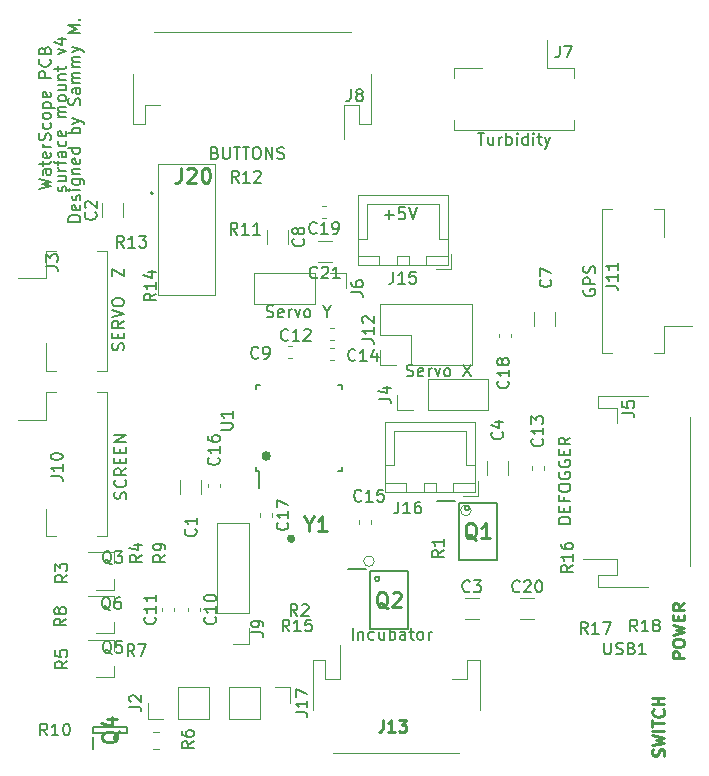
<source format=gbr>
G04 #@! TF.GenerationSoftware,KiCad,Pcbnew,(5.1.6)-1*
G04 #@! TF.CreationDate,2021-01-14T09:04:40+01:00*
G04 #@! TF.ProjectId,surface_mount_v4,73757266-6163-4655-9f6d-6f756e745f76,rev?*
G04 #@! TF.SameCoordinates,Original*
G04 #@! TF.FileFunction,Legend,Top*
G04 #@! TF.FilePolarity,Positive*
%FSLAX46Y46*%
G04 Gerber Fmt 4.6, Leading zero omitted, Abs format (unit mm)*
G04 Created by KiCad (PCBNEW (5.1.6)-1) date 2021-01-14 09:04:40*
%MOMM*%
%LPD*%
G01*
G04 APERTURE LIST*
%ADD10C,0.200000*%
%ADD11C,0.300000*%
%ADD12C,0.120000*%
%ADD13C,0.400000*%
%ADD14C,0.250000*%
%ADD15C,0.150000*%
%ADD16C,0.100000*%
%ADD17C,0.254000*%
G04 APERTURE END LIST*
D10*
X149250000Y-137210000D02*
G75*
G03*
X149250000Y-137210000I-200000J0D01*
G01*
D11*
X134350000Y-139810000D02*
G75*
G03*
X134350000Y-139810000I-200000J0D01*
G01*
D10*
X141650000Y-143210000D02*
G75*
G03*
X141650000Y-143210000I-200000J0D01*
G01*
D12*
X141197214Y-141710000D02*
G75*
G03*
X141197214Y-141710000I-447214J0D01*
G01*
X149397214Y-137410000D02*
G75*
G03*
X149397214Y-137410000I-447214J0D01*
G01*
D13*
X132250000Y-132810000D02*
G75*
G03*
X132250000Y-132810000I-200000J0D01*
G01*
D14*
X165704761Y-158210000D02*
X165752380Y-158067142D01*
X165752380Y-157829047D01*
X165704761Y-157733809D01*
X165657142Y-157686190D01*
X165561904Y-157638571D01*
X165466666Y-157638571D01*
X165371428Y-157686190D01*
X165323809Y-157733809D01*
X165276190Y-157829047D01*
X165228571Y-158019523D01*
X165180952Y-158114761D01*
X165133333Y-158162380D01*
X165038095Y-158210000D01*
X164942857Y-158210000D01*
X164847619Y-158162380D01*
X164800000Y-158114761D01*
X164752380Y-158019523D01*
X164752380Y-157781428D01*
X164800000Y-157638571D01*
X164752380Y-157305238D02*
X165752380Y-157067142D01*
X165038095Y-156876666D01*
X165752380Y-156686190D01*
X164752380Y-156448095D01*
X165752380Y-156067142D02*
X164752380Y-156067142D01*
X164752380Y-155733809D02*
X164752380Y-155162380D01*
X165752380Y-155448095D02*
X164752380Y-155448095D01*
X165657142Y-154257619D02*
X165704761Y-154305238D01*
X165752380Y-154448095D01*
X165752380Y-154543333D01*
X165704761Y-154686190D01*
X165609523Y-154781428D01*
X165514285Y-154829047D01*
X165323809Y-154876666D01*
X165180952Y-154876666D01*
X164990476Y-154829047D01*
X164895238Y-154781428D01*
X164800000Y-154686190D01*
X164752380Y-154543333D01*
X164752380Y-154448095D01*
X164800000Y-154305238D01*
X164847619Y-154257619D01*
X165752380Y-153829047D02*
X164752380Y-153829047D01*
X165228571Y-153829047D02*
X165228571Y-153257619D01*
X165752380Y-153257619D02*
X164752380Y-153257619D01*
D15*
X132083333Y-121014761D02*
X132226190Y-121062380D01*
X132464285Y-121062380D01*
X132559523Y-121014761D01*
X132607142Y-120967142D01*
X132654761Y-120871904D01*
X132654761Y-120776666D01*
X132607142Y-120681428D01*
X132559523Y-120633809D01*
X132464285Y-120586190D01*
X132273809Y-120538571D01*
X132178571Y-120490952D01*
X132130952Y-120443333D01*
X132083333Y-120348095D01*
X132083333Y-120252857D01*
X132130952Y-120157619D01*
X132178571Y-120110000D01*
X132273809Y-120062380D01*
X132511904Y-120062380D01*
X132654761Y-120110000D01*
X133464285Y-121014761D02*
X133369047Y-121062380D01*
X133178571Y-121062380D01*
X133083333Y-121014761D01*
X133035714Y-120919523D01*
X133035714Y-120538571D01*
X133083333Y-120443333D01*
X133178571Y-120395714D01*
X133369047Y-120395714D01*
X133464285Y-120443333D01*
X133511904Y-120538571D01*
X133511904Y-120633809D01*
X133035714Y-120729047D01*
X133940476Y-121062380D02*
X133940476Y-120395714D01*
X133940476Y-120586190D02*
X133988095Y-120490952D01*
X134035714Y-120443333D01*
X134130952Y-120395714D01*
X134226190Y-120395714D01*
X134464285Y-120395714D02*
X134702380Y-121062380D01*
X134940476Y-120395714D01*
X135464285Y-121062380D02*
X135369047Y-121014761D01*
X135321428Y-120967142D01*
X135273809Y-120871904D01*
X135273809Y-120586190D01*
X135321428Y-120490952D01*
X135369047Y-120443333D01*
X135464285Y-120395714D01*
X135607142Y-120395714D01*
X135702380Y-120443333D01*
X135750000Y-120490952D01*
X135797619Y-120586190D01*
X135797619Y-120871904D01*
X135750000Y-120967142D01*
X135702380Y-121014761D01*
X135607142Y-121062380D01*
X135464285Y-121062380D01*
X137178571Y-120586190D02*
X137178571Y-121062380D01*
X136845238Y-120062380D02*
X137178571Y-120586190D01*
X137511904Y-120062380D01*
X143935714Y-126014761D02*
X144078571Y-126062380D01*
X144316666Y-126062380D01*
X144411904Y-126014761D01*
X144459523Y-125967142D01*
X144507142Y-125871904D01*
X144507142Y-125776666D01*
X144459523Y-125681428D01*
X144411904Y-125633809D01*
X144316666Y-125586190D01*
X144126190Y-125538571D01*
X144030952Y-125490952D01*
X143983333Y-125443333D01*
X143935714Y-125348095D01*
X143935714Y-125252857D01*
X143983333Y-125157619D01*
X144030952Y-125110000D01*
X144126190Y-125062380D01*
X144364285Y-125062380D01*
X144507142Y-125110000D01*
X145316666Y-126014761D02*
X145221428Y-126062380D01*
X145030952Y-126062380D01*
X144935714Y-126014761D01*
X144888095Y-125919523D01*
X144888095Y-125538571D01*
X144935714Y-125443333D01*
X145030952Y-125395714D01*
X145221428Y-125395714D01*
X145316666Y-125443333D01*
X145364285Y-125538571D01*
X145364285Y-125633809D01*
X144888095Y-125729047D01*
X145792857Y-126062380D02*
X145792857Y-125395714D01*
X145792857Y-125586190D02*
X145840476Y-125490952D01*
X145888095Y-125443333D01*
X145983333Y-125395714D01*
X146078571Y-125395714D01*
X146316666Y-125395714D02*
X146554761Y-126062380D01*
X146792857Y-125395714D01*
X147316666Y-126062380D02*
X147221428Y-126014761D01*
X147173809Y-125967142D01*
X147126190Y-125871904D01*
X147126190Y-125586190D01*
X147173809Y-125490952D01*
X147221428Y-125443333D01*
X147316666Y-125395714D01*
X147459523Y-125395714D01*
X147554761Y-125443333D01*
X147602380Y-125490952D01*
X147650000Y-125586190D01*
X147650000Y-125871904D01*
X147602380Y-125967142D01*
X147554761Y-126014761D01*
X147459523Y-126062380D01*
X147316666Y-126062380D01*
X148745238Y-125062380D02*
X149411904Y-126062380D01*
X149411904Y-125062380D02*
X148745238Y-126062380D01*
X119954761Y-123838571D02*
X120002380Y-123695714D01*
X120002380Y-123457619D01*
X119954761Y-123362380D01*
X119907142Y-123314761D01*
X119811904Y-123267142D01*
X119716666Y-123267142D01*
X119621428Y-123314761D01*
X119573809Y-123362380D01*
X119526190Y-123457619D01*
X119478571Y-123648095D01*
X119430952Y-123743333D01*
X119383333Y-123790952D01*
X119288095Y-123838571D01*
X119192857Y-123838571D01*
X119097619Y-123790952D01*
X119050000Y-123743333D01*
X119002380Y-123648095D01*
X119002380Y-123410000D01*
X119050000Y-123267142D01*
X119478571Y-122838571D02*
X119478571Y-122505238D01*
X120002380Y-122362380D02*
X120002380Y-122838571D01*
X119002380Y-122838571D01*
X119002380Y-122362380D01*
X120002380Y-121362380D02*
X119526190Y-121695714D01*
X120002380Y-121933809D02*
X119002380Y-121933809D01*
X119002380Y-121552857D01*
X119050000Y-121457619D01*
X119097619Y-121410000D01*
X119192857Y-121362380D01*
X119335714Y-121362380D01*
X119430952Y-121410000D01*
X119478571Y-121457619D01*
X119526190Y-121552857D01*
X119526190Y-121933809D01*
X119002380Y-121076666D02*
X120002380Y-120743333D01*
X119002380Y-120410000D01*
X119002380Y-119886190D02*
X119002380Y-119695714D01*
X119050000Y-119600476D01*
X119145238Y-119505238D01*
X119335714Y-119457619D01*
X119669047Y-119457619D01*
X119859523Y-119505238D01*
X119954761Y-119600476D01*
X120002380Y-119695714D01*
X120002380Y-119886190D01*
X119954761Y-119981428D01*
X119859523Y-120076666D01*
X119669047Y-120124285D01*
X119335714Y-120124285D01*
X119145238Y-120076666D01*
X119050000Y-119981428D01*
X119002380Y-119886190D01*
X119002380Y-117600476D02*
X119002380Y-116933809D01*
X120002380Y-117600476D01*
X120002380Y-116933809D01*
X149954761Y-105462380D02*
X150526190Y-105462380D01*
X150240476Y-106462380D02*
X150240476Y-105462380D01*
X151288095Y-105795714D02*
X151288095Y-106462380D01*
X150859523Y-105795714D02*
X150859523Y-106319523D01*
X150907142Y-106414761D01*
X151002380Y-106462380D01*
X151145238Y-106462380D01*
X151240476Y-106414761D01*
X151288095Y-106367142D01*
X151764285Y-106462380D02*
X151764285Y-105795714D01*
X151764285Y-105986190D02*
X151811904Y-105890952D01*
X151859523Y-105843333D01*
X151954761Y-105795714D01*
X152050000Y-105795714D01*
X152383333Y-106462380D02*
X152383333Y-105462380D01*
X152383333Y-105843333D02*
X152478571Y-105795714D01*
X152669047Y-105795714D01*
X152764285Y-105843333D01*
X152811904Y-105890952D01*
X152859523Y-105986190D01*
X152859523Y-106271904D01*
X152811904Y-106367142D01*
X152764285Y-106414761D01*
X152669047Y-106462380D01*
X152478571Y-106462380D01*
X152383333Y-106414761D01*
X153288095Y-106462380D02*
X153288095Y-105795714D01*
X153288095Y-105462380D02*
X153240476Y-105510000D01*
X153288095Y-105557619D01*
X153335714Y-105510000D01*
X153288095Y-105462380D01*
X153288095Y-105557619D01*
X154192857Y-106462380D02*
X154192857Y-105462380D01*
X154192857Y-106414761D02*
X154097619Y-106462380D01*
X153907142Y-106462380D01*
X153811904Y-106414761D01*
X153764285Y-106367142D01*
X153716666Y-106271904D01*
X153716666Y-105986190D01*
X153764285Y-105890952D01*
X153811904Y-105843333D01*
X153907142Y-105795714D01*
X154097619Y-105795714D01*
X154192857Y-105843333D01*
X154669047Y-106462380D02*
X154669047Y-105795714D01*
X154669047Y-105462380D02*
X154621428Y-105510000D01*
X154669047Y-105557619D01*
X154716666Y-105510000D01*
X154669047Y-105462380D01*
X154669047Y-105557619D01*
X155002380Y-105795714D02*
X155383333Y-105795714D01*
X155145238Y-105462380D02*
X155145238Y-106319523D01*
X155192857Y-106414761D01*
X155288095Y-106462380D01*
X155383333Y-106462380D01*
X155621428Y-105795714D02*
X155859523Y-106462380D01*
X156097619Y-105795714D02*
X155859523Y-106462380D01*
X155764285Y-106700476D01*
X155716666Y-106748095D01*
X155621428Y-106795714D01*
X142064285Y-112381428D02*
X142826190Y-112381428D01*
X142445238Y-112762380D02*
X142445238Y-112000476D01*
X143778571Y-111762380D02*
X143302380Y-111762380D01*
X143254761Y-112238571D01*
X143302380Y-112190952D01*
X143397619Y-112143333D01*
X143635714Y-112143333D01*
X143730952Y-112190952D01*
X143778571Y-112238571D01*
X143826190Y-112333809D01*
X143826190Y-112571904D01*
X143778571Y-112667142D01*
X143730952Y-112714761D01*
X143635714Y-112762380D01*
X143397619Y-112762380D01*
X143302380Y-112714761D01*
X143254761Y-112667142D01*
X144111904Y-111762380D02*
X144445238Y-112762380D01*
X144778571Y-111762380D01*
X139364285Y-148362380D02*
X139364285Y-147362380D01*
X139840476Y-147695714D02*
X139840476Y-148362380D01*
X139840476Y-147790952D02*
X139888095Y-147743333D01*
X139983333Y-147695714D01*
X140126190Y-147695714D01*
X140221428Y-147743333D01*
X140269047Y-147838571D01*
X140269047Y-148362380D01*
X141173809Y-148314761D02*
X141078571Y-148362380D01*
X140888095Y-148362380D01*
X140792857Y-148314761D01*
X140745238Y-148267142D01*
X140697619Y-148171904D01*
X140697619Y-147886190D01*
X140745238Y-147790952D01*
X140792857Y-147743333D01*
X140888095Y-147695714D01*
X141078571Y-147695714D01*
X141173809Y-147743333D01*
X142030952Y-147695714D02*
X142030952Y-148362380D01*
X141602380Y-147695714D02*
X141602380Y-148219523D01*
X141650000Y-148314761D01*
X141745238Y-148362380D01*
X141888095Y-148362380D01*
X141983333Y-148314761D01*
X142030952Y-148267142D01*
X142507142Y-148362380D02*
X142507142Y-147362380D01*
X142507142Y-147743333D02*
X142602380Y-147695714D01*
X142792857Y-147695714D01*
X142888095Y-147743333D01*
X142935714Y-147790952D01*
X142983333Y-147886190D01*
X142983333Y-148171904D01*
X142935714Y-148267142D01*
X142888095Y-148314761D01*
X142792857Y-148362380D01*
X142602380Y-148362380D01*
X142507142Y-148314761D01*
X143840476Y-148362380D02*
X143840476Y-147838571D01*
X143792857Y-147743333D01*
X143697619Y-147695714D01*
X143507142Y-147695714D01*
X143411904Y-147743333D01*
X143840476Y-148314761D02*
X143745238Y-148362380D01*
X143507142Y-148362380D01*
X143411904Y-148314761D01*
X143364285Y-148219523D01*
X143364285Y-148124285D01*
X143411904Y-148029047D01*
X143507142Y-147981428D01*
X143745238Y-147981428D01*
X143840476Y-147933809D01*
X144173809Y-147695714D02*
X144554761Y-147695714D01*
X144316666Y-147362380D02*
X144316666Y-148219523D01*
X144364285Y-148314761D01*
X144459523Y-148362380D01*
X144554761Y-148362380D01*
X145030952Y-148362380D02*
X144935714Y-148314761D01*
X144888095Y-148267142D01*
X144840476Y-148171904D01*
X144840476Y-147886190D01*
X144888095Y-147790952D01*
X144935714Y-147743333D01*
X145030952Y-147695714D01*
X145173809Y-147695714D01*
X145269047Y-147743333D01*
X145316666Y-147790952D01*
X145364285Y-147886190D01*
X145364285Y-148171904D01*
X145316666Y-148267142D01*
X145269047Y-148314761D01*
X145173809Y-148362380D01*
X145030952Y-148362380D01*
X145792857Y-148362380D02*
X145792857Y-147695714D01*
X145792857Y-147886190D02*
X145840476Y-147790952D01*
X145888095Y-147743333D01*
X145983333Y-147695714D01*
X146078571Y-147695714D01*
X158950000Y-118724285D02*
X158902380Y-118819523D01*
X158902380Y-118962380D01*
X158950000Y-119105238D01*
X159045238Y-119200476D01*
X159140476Y-119248095D01*
X159330952Y-119295714D01*
X159473809Y-119295714D01*
X159664285Y-119248095D01*
X159759523Y-119200476D01*
X159854761Y-119105238D01*
X159902380Y-118962380D01*
X159902380Y-118867142D01*
X159854761Y-118724285D01*
X159807142Y-118676666D01*
X159473809Y-118676666D01*
X159473809Y-118867142D01*
X159902380Y-118248095D02*
X158902380Y-118248095D01*
X158902380Y-117867142D01*
X158950000Y-117771904D01*
X158997619Y-117724285D01*
X159092857Y-117676666D01*
X159235714Y-117676666D01*
X159330952Y-117724285D01*
X159378571Y-117771904D01*
X159426190Y-117867142D01*
X159426190Y-118248095D01*
X159854761Y-117295714D02*
X159902380Y-117152857D01*
X159902380Y-116914761D01*
X159854761Y-116819523D01*
X159807142Y-116771904D01*
X159711904Y-116724285D01*
X159616666Y-116724285D01*
X159521428Y-116771904D01*
X159473809Y-116819523D01*
X159426190Y-116914761D01*
X159378571Y-117105238D01*
X159330952Y-117200476D01*
X159283333Y-117248095D01*
X159188095Y-117295714D01*
X159092857Y-117295714D01*
X158997619Y-117248095D01*
X158950000Y-117200476D01*
X158902380Y-117105238D01*
X158902380Y-116867142D01*
X158950000Y-116724285D01*
X116302380Y-112957619D02*
X115302380Y-112957619D01*
X115302380Y-112719523D01*
X115350000Y-112576666D01*
X115445238Y-112481428D01*
X115540476Y-112433809D01*
X115730952Y-112386190D01*
X115873809Y-112386190D01*
X116064285Y-112433809D01*
X116159523Y-112481428D01*
X116254761Y-112576666D01*
X116302380Y-112719523D01*
X116302380Y-112957619D01*
X116254761Y-111576666D02*
X116302380Y-111671904D01*
X116302380Y-111862380D01*
X116254761Y-111957619D01*
X116159523Y-112005238D01*
X115778571Y-112005238D01*
X115683333Y-111957619D01*
X115635714Y-111862380D01*
X115635714Y-111671904D01*
X115683333Y-111576666D01*
X115778571Y-111529047D01*
X115873809Y-111529047D01*
X115969047Y-112005238D01*
X116254761Y-111148095D02*
X116302380Y-111052857D01*
X116302380Y-110862380D01*
X116254761Y-110767142D01*
X116159523Y-110719523D01*
X116111904Y-110719523D01*
X116016666Y-110767142D01*
X115969047Y-110862380D01*
X115969047Y-111005238D01*
X115921428Y-111100476D01*
X115826190Y-111148095D01*
X115778571Y-111148095D01*
X115683333Y-111100476D01*
X115635714Y-111005238D01*
X115635714Y-110862380D01*
X115683333Y-110767142D01*
X116302380Y-110290952D02*
X115635714Y-110290952D01*
X115302380Y-110290952D02*
X115350000Y-110338571D01*
X115397619Y-110290952D01*
X115350000Y-110243333D01*
X115302380Y-110290952D01*
X115397619Y-110290952D01*
X115635714Y-109386190D02*
X116445238Y-109386190D01*
X116540476Y-109433809D01*
X116588095Y-109481428D01*
X116635714Y-109576666D01*
X116635714Y-109719523D01*
X116588095Y-109814761D01*
X116254761Y-109386190D02*
X116302380Y-109481428D01*
X116302380Y-109671904D01*
X116254761Y-109767142D01*
X116207142Y-109814761D01*
X116111904Y-109862380D01*
X115826190Y-109862380D01*
X115730952Y-109814761D01*
X115683333Y-109767142D01*
X115635714Y-109671904D01*
X115635714Y-109481428D01*
X115683333Y-109386190D01*
X115635714Y-108910000D02*
X116302380Y-108910000D01*
X115730952Y-108910000D02*
X115683333Y-108862380D01*
X115635714Y-108767142D01*
X115635714Y-108624285D01*
X115683333Y-108529047D01*
X115778571Y-108481428D01*
X116302380Y-108481428D01*
X116254761Y-107624285D02*
X116302380Y-107719523D01*
X116302380Y-107910000D01*
X116254761Y-108005238D01*
X116159523Y-108052857D01*
X115778571Y-108052857D01*
X115683333Y-108005238D01*
X115635714Y-107910000D01*
X115635714Y-107719523D01*
X115683333Y-107624285D01*
X115778571Y-107576666D01*
X115873809Y-107576666D01*
X115969047Y-108052857D01*
X116302380Y-106719523D02*
X115302380Y-106719523D01*
X116254761Y-106719523D02*
X116302380Y-106814761D01*
X116302380Y-107005238D01*
X116254761Y-107100476D01*
X116207142Y-107148095D01*
X116111904Y-107195714D01*
X115826190Y-107195714D01*
X115730952Y-107148095D01*
X115683333Y-107100476D01*
X115635714Y-107005238D01*
X115635714Y-106814761D01*
X115683333Y-106719523D01*
X116302380Y-105481428D02*
X115302380Y-105481428D01*
X115683333Y-105481428D02*
X115635714Y-105386190D01*
X115635714Y-105195714D01*
X115683333Y-105100476D01*
X115730952Y-105052857D01*
X115826190Y-105005238D01*
X116111904Y-105005238D01*
X116207142Y-105052857D01*
X116254761Y-105100476D01*
X116302380Y-105195714D01*
X116302380Y-105386190D01*
X116254761Y-105481428D01*
X115635714Y-104671904D02*
X116302380Y-104433809D01*
X115635714Y-104195714D02*
X116302380Y-104433809D01*
X116540476Y-104529047D01*
X116588095Y-104576666D01*
X116635714Y-104671904D01*
X116254761Y-103100476D02*
X116302380Y-102957619D01*
X116302380Y-102719523D01*
X116254761Y-102624285D01*
X116207142Y-102576666D01*
X116111904Y-102529047D01*
X116016666Y-102529047D01*
X115921428Y-102576666D01*
X115873809Y-102624285D01*
X115826190Y-102719523D01*
X115778571Y-102910000D01*
X115730952Y-103005238D01*
X115683333Y-103052857D01*
X115588095Y-103100476D01*
X115492857Y-103100476D01*
X115397619Y-103052857D01*
X115350000Y-103005238D01*
X115302380Y-102910000D01*
X115302380Y-102671904D01*
X115350000Y-102529047D01*
X116302380Y-101671904D02*
X115778571Y-101671904D01*
X115683333Y-101719523D01*
X115635714Y-101814761D01*
X115635714Y-102005238D01*
X115683333Y-102100476D01*
X116254761Y-101671904D02*
X116302380Y-101767142D01*
X116302380Y-102005238D01*
X116254761Y-102100476D01*
X116159523Y-102148095D01*
X116064285Y-102148095D01*
X115969047Y-102100476D01*
X115921428Y-102005238D01*
X115921428Y-101767142D01*
X115873809Y-101671904D01*
X116302380Y-101195714D02*
X115635714Y-101195714D01*
X115730952Y-101195714D02*
X115683333Y-101148095D01*
X115635714Y-101052857D01*
X115635714Y-100910000D01*
X115683333Y-100814761D01*
X115778571Y-100767142D01*
X116302380Y-100767142D01*
X115778571Y-100767142D02*
X115683333Y-100719523D01*
X115635714Y-100624285D01*
X115635714Y-100481428D01*
X115683333Y-100386190D01*
X115778571Y-100338571D01*
X116302380Y-100338571D01*
X116302380Y-99862380D02*
X115635714Y-99862380D01*
X115730952Y-99862380D02*
X115683333Y-99814761D01*
X115635714Y-99719523D01*
X115635714Y-99576666D01*
X115683333Y-99481428D01*
X115778571Y-99433809D01*
X116302380Y-99433809D01*
X115778571Y-99433809D02*
X115683333Y-99386190D01*
X115635714Y-99290952D01*
X115635714Y-99148095D01*
X115683333Y-99052857D01*
X115778571Y-99005238D01*
X116302380Y-99005238D01*
X115635714Y-98624285D02*
X116302380Y-98386190D01*
X115635714Y-98148095D02*
X116302380Y-98386190D01*
X116540476Y-98481428D01*
X116588095Y-98529047D01*
X116635714Y-98624285D01*
X116302380Y-97005238D02*
X115302380Y-97005238D01*
X116016666Y-96671904D01*
X115302380Y-96338571D01*
X116302380Y-96338571D01*
X116207142Y-95862380D02*
X116254761Y-95814761D01*
X116302380Y-95862380D01*
X116254761Y-95910000D01*
X116207142Y-95862380D01*
X116302380Y-95862380D01*
X115054761Y-110410000D02*
X115102380Y-110314761D01*
X115102380Y-110124285D01*
X115054761Y-110029047D01*
X114959523Y-109981428D01*
X114911904Y-109981428D01*
X114816666Y-110029047D01*
X114769047Y-110124285D01*
X114769047Y-110267142D01*
X114721428Y-110362380D01*
X114626190Y-110410000D01*
X114578571Y-110410000D01*
X114483333Y-110362380D01*
X114435714Y-110267142D01*
X114435714Y-110124285D01*
X114483333Y-110029047D01*
X114435714Y-109124285D02*
X115102380Y-109124285D01*
X114435714Y-109552857D02*
X114959523Y-109552857D01*
X115054761Y-109505238D01*
X115102380Y-109410000D01*
X115102380Y-109267142D01*
X115054761Y-109171904D01*
X115007142Y-109124285D01*
X115102380Y-108648095D02*
X114435714Y-108648095D01*
X114626190Y-108648095D02*
X114530952Y-108600476D01*
X114483333Y-108552857D01*
X114435714Y-108457619D01*
X114435714Y-108362380D01*
X114435714Y-108171904D02*
X114435714Y-107790952D01*
X115102380Y-108029047D02*
X114245238Y-108029047D01*
X114150000Y-107981428D01*
X114102380Y-107886190D01*
X114102380Y-107790952D01*
X115102380Y-107029047D02*
X114578571Y-107029047D01*
X114483333Y-107076666D01*
X114435714Y-107171904D01*
X114435714Y-107362380D01*
X114483333Y-107457619D01*
X115054761Y-107029047D02*
X115102380Y-107124285D01*
X115102380Y-107362380D01*
X115054761Y-107457619D01*
X114959523Y-107505238D01*
X114864285Y-107505238D01*
X114769047Y-107457619D01*
X114721428Y-107362380D01*
X114721428Y-107124285D01*
X114673809Y-107029047D01*
X115054761Y-106124285D02*
X115102380Y-106219523D01*
X115102380Y-106410000D01*
X115054761Y-106505238D01*
X115007142Y-106552857D01*
X114911904Y-106600476D01*
X114626190Y-106600476D01*
X114530952Y-106552857D01*
X114483333Y-106505238D01*
X114435714Y-106410000D01*
X114435714Y-106219523D01*
X114483333Y-106124285D01*
X115054761Y-105314761D02*
X115102380Y-105410000D01*
X115102380Y-105600476D01*
X115054761Y-105695714D01*
X114959523Y-105743333D01*
X114578571Y-105743333D01*
X114483333Y-105695714D01*
X114435714Y-105600476D01*
X114435714Y-105410000D01*
X114483333Y-105314761D01*
X114578571Y-105267142D01*
X114673809Y-105267142D01*
X114769047Y-105743333D01*
X115102380Y-104076666D02*
X114435714Y-104076666D01*
X114530952Y-104076666D02*
X114483333Y-104029047D01*
X114435714Y-103933809D01*
X114435714Y-103790952D01*
X114483333Y-103695714D01*
X114578571Y-103648095D01*
X115102380Y-103648095D01*
X114578571Y-103648095D02*
X114483333Y-103600476D01*
X114435714Y-103505238D01*
X114435714Y-103362380D01*
X114483333Y-103267142D01*
X114578571Y-103219523D01*
X115102380Y-103219523D01*
X115102380Y-102600476D02*
X115054761Y-102695714D01*
X115007142Y-102743333D01*
X114911904Y-102790952D01*
X114626190Y-102790952D01*
X114530952Y-102743333D01*
X114483333Y-102695714D01*
X114435714Y-102600476D01*
X114435714Y-102457619D01*
X114483333Y-102362380D01*
X114530952Y-102314761D01*
X114626190Y-102267142D01*
X114911904Y-102267142D01*
X115007142Y-102314761D01*
X115054761Y-102362380D01*
X115102380Y-102457619D01*
X115102380Y-102600476D01*
X114435714Y-101410000D02*
X115102380Y-101410000D01*
X114435714Y-101838571D02*
X114959523Y-101838571D01*
X115054761Y-101790952D01*
X115102380Y-101695714D01*
X115102380Y-101552857D01*
X115054761Y-101457619D01*
X115007142Y-101410000D01*
X114435714Y-100933809D02*
X115102380Y-100933809D01*
X114530952Y-100933809D02*
X114483333Y-100886190D01*
X114435714Y-100790952D01*
X114435714Y-100648095D01*
X114483333Y-100552857D01*
X114578571Y-100505238D01*
X115102380Y-100505238D01*
X114435714Y-100171904D02*
X114435714Y-99790952D01*
X114102380Y-100029047D02*
X114959523Y-100029047D01*
X115054761Y-99981428D01*
X115102380Y-99886190D01*
X115102380Y-99790952D01*
X114435714Y-98790952D02*
X115102380Y-98552857D01*
X114435714Y-98314761D01*
X114435714Y-97505238D02*
X115102380Y-97505238D01*
X114054761Y-97743333D02*
X114769047Y-97981428D01*
X114769047Y-97362380D01*
X112802380Y-110214761D02*
X113802380Y-109976666D01*
X113088095Y-109786190D01*
X113802380Y-109595714D01*
X112802380Y-109357619D01*
X113802380Y-108548095D02*
X113278571Y-108548095D01*
X113183333Y-108595714D01*
X113135714Y-108690952D01*
X113135714Y-108881428D01*
X113183333Y-108976666D01*
X113754761Y-108548095D02*
X113802380Y-108643333D01*
X113802380Y-108881428D01*
X113754761Y-108976666D01*
X113659523Y-109024285D01*
X113564285Y-109024285D01*
X113469047Y-108976666D01*
X113421428Y-108881428D01*
X113421428Y-108643333D01*
X113373809Y-108548095D01*
X113135714Y-108214761D02*
X113135714Y-107833809D01*
X112802380Y-108071904D02*
X113659523Y-108071904D01*
X113754761Y-108024285D01*
X113802380Y-107929047D01*
X113802380Y-107833809D01*
X113754761Y-107119523D02*
X113802380Y-107214761D01*
X113802380Y-107405238D01*
X113754761Y-107500476D01*
X113659523Y-107548095D01*
X113278571Y-107548095D01*
X113183333Y-107500476D01*
X113135714Y-107405238D01*
X113135714Y-107214761D01*
X113183333Y-107119523D01*
X113278571Y-107071904D01*
X113373809Y-107071904D01*
X113469047Y-107548095D01*
X113802380Y-106643333D02*
X113135714Y-106643333D01*
X113326190Y-106643333D02*
X113230952Y-106595714D01*
X113183333Y-106548095D01*
X113135714Y-106452857D01*
X113135714Y-106357619D01*
X113754761Y-106071904D02*
X113802380Y-105929047D01*
X113802380Y-105690952D01*
X113754761Y-105595714D01*
X113707142Y-105548095D01*
X113611904Y-105500476D01*
X113516666Y-105500476D01*
X113421428Y-105548095D01*
X113373809Y-105595714D01*
X113326190Y-105690952D01*
X113278571Y-105881428D01*
X113230952Y-105976666D01*
X113183333Y-106024285D01*
X113088095Y-106071904D01*
X112992857Y-106071904D01*
X112897619Y-106024285D01*
X112850000Y-105976666D01*
X112802380Y-105881428D01*
X112802380Y-105643333D01*
X112850000Y-105500476D01*
X113754761Y-104643333D02*
X113802380Y-104738571D01*
X113802380Y-104929047D01*
X113754761Y-105024285D01*
X113707142Y-105071904D01*
X113611904Y-105119523D01*
X113326190Y-105119523D01*
X113230952Y-105071904D01*
X113183333Y-105024285D01*
X113135714Y-104929047D01*
X113135714Y-104738571D01*
X113183333Y-104643333D01*
X113802380Y-104071904D02*
X113754761Y-104167142D01*
X113707142Y-104214761D01*
X113611904Y-104262380D01*
X113326190Y-104262380D01*
X113230952Y-104214761D01*
X113183333Y-104167142D01*
X113135714Y-104071904D01*
X113135714Y-103929047D01*
X113183333Y-103833809D01*
X113230952Y-103786190D01*
X113326190Y-103738571D01*
X113611904Y-103738571D01*
X113707142Y-103786190D01*
X113754761Y-103833809D01*
X113802380Y-103929047D01*
X113802380Y-104071904D01*
X113135714Y-103310000D02*
X114135714Y-103310000D01*
X113183333Y-103310000D02*
X113135714Y-103214761D01*
X113135714Y-103024285D01*
X113183333Y-102929047D01*
X113230952Y-102881428D01*
X113326190Y-102833809D01*
X113611904Y-102833809D01*
X113707142Y-102881428D01*
X113754761Y-102929047D01*
X113802380Y-103024285D01*
X113802380Y-103214761D01*
X113754761Y-103310000D01*
X113754761Y-102024285D02*
X113802380Y-102119523D01*
X113802380Y-102310000D01*
X113754761Y-102405238D01*
X113659523Y-102452857D01*
X113278571Y-102452857D01*
X113183333Y-102405238D01*
X113135714Y-102310000D01*
X113135714Y-102119523D01*
X113183333Y-102024285D01*
X113278571Y-101976666D01*
X113373809Y-101976666D01*
X113469047Y-102452857D01*
X113802380Y-100786190D02*
X112802380Y-100786190D01*
X112802380Y-100405238D01*
X112850000Y-100310000D01*
X112897619Y-100262380D01*
X112992857Y-100214761D01*
X113135714Y-100214761D01*
X113230952Y-100262380D01*
X113278571Y-100310000D01*
X113326190Y-100405238D01*
X113326190Y-100786190D01*
X113707142Y-99214761D02*
X113754761Y-99262380D01*
X113802380Y-99405238D01*
X113802380Y-99500476D01*
X113754761Y-99643333D01*
X113659523Y-99738571D01*
X113564285Y-99786190D01*
X113373809Y-99833809D01*
X113230952Y-99833809D01*
X113040476Y-99786190D01*
X112945238Y-99738571D01*
X112850000Y-99643333D01*
X112802380Y-99500476D01*
X112802380Y-99405238D01*
X112850000Y-99262380D01*
X112897619Y-99214761D01*
X113278571Y-98452857D02*
X113326190Y-98310000D01*
X113373809Y-98262380D01*
X113469047Y-98214761D01*
X113611904Y-98214761D01*
X113707142Y-98262380D01*
X113754761Y-98310000D01*
X113802380Y-98405238D01*
X113802380Y-98786190D01*
X112802380Y-98786190D01*
X112802380Y-98452857D01*
X112850000Y-98357619D01*
X112897619Y-98310000D01*
X112992857Y-98262380D01*
X113088095Y-98262380D01*
X113183333Y-98310000D01*
X113230952Y-98357619D01*
X113278571Y-98452857D01*
X113278571Y-98786190D01*
X120154761Y-136424285D02*
X120202380Y-136281428D01*
X120202380Y-136043333D01*
X120154761Y-135948095D01*
X120107142Y-135900476D01*
X120011904Y-135852857D01*
X119916666Y-135852857D01*
X119821428Y-135900476D01*
X119773809Y-135948095D01*
X119726190Y-136043333D01*
X119678571Y-136233809D01*
X119630952Y-136329047D01*
X119583333Y-136376666D01*
X119488095Y-136424285D01*
X119392857Y-136424285D01*
X119297619Y-136376666D01*
X119250000Y-136329047D01*
X119202380Y-136233809D01*
X119202380Y-135995714D01*
X119250000Y-135852857D01*
X120107142Y-134852857D02*
X120154761Y-134900476D01*
X120202380Y-135043333D01*
X120202380Y-135138571D01*
X120154761Y-135281428D01*
X120059523Y-135376666D01*
X119964285Y-135424285D01*
X119773809Y-135471904D01*
X119630952Y-135471904D01*
X119440476Y-135424285D01*
X119345238Y-135376666D01*
X119250000Y-135281428D01*
X119202380Y-135138571D01*
X119202380Y-135043333D01*
X119250000Y-134900476D01*
X119297619Y-134852857D01*
X120202380Y-133852857D02*
X119726190Y-134186190D01*
X120202380Y-134424285D02*
X119202380Y-134424285D01*
X119202380Y-134043333D01*
X119250000Y-133948095D01*
X119297619Y-133900476D01*
X119392857Y-133852857D01*
X119535714Y-133852857D01*
X119630952Y-133900476D01*
X119678571Y-133948095D01*
X119726190Y-134043333D01*
X119726190Y-134424285D01*
X119678571Y-133424285D02*
X119678571Y-133090952D01*
X120202380Y-132948095D02*
X120202380Y-133424285D01*
X119202380Y-133424285D01*
X119202380Y-132948095D01*
X119678571Y-132519523D02*
X119678571Y-132186190D01*
X120202380Y-132043333D02*
X120202380Y-132519523D01*
X119202380Y-132519523D01*
X119202380Y-132043333D01*
X120202380Y-131614761D02*
X119202380Y-131614761D01*
X120202380Y-131043333D01*
X119202380Y-131043333D01*
X127711904Y-107138571D02*
X127854761Y-107186190D01*
X127902380Y-107233809D01*
X127950000Y-107329047D01*
X127950000Y-107471904D01*
X127902380Y-107567142D01*
X127854761Y-107614761D01*
X127759523Y-107662380D01*
X127378571Y-107662380D01*
X127378571Y-106662380D01*
X127711904Y-106662380D01*
X127807142Y-106710000D01*
X127854761Y-106757619D01*
X127902380Y-106852857D01*
X127902380Y-106948095D01*
X127854761Y-107043333D01*
X127807142Y-107090952D01*
X127711904Y-107138571D01*
X127378571Y-107138571D01*
X128378571Y-106662380D02*
X128378571Y-107471904D01*
X128426190Y-107567142D01*
X128473809Y-107614761D01*
X128569047Y-107662380D01*
X128759523Y-107662380D01*
X128854761Y-107614761D01*
X128902380Y-107567142D01*
X128950000Y-107471904D01*
X128950000Y-106662380D01*
X129283333Y-106662380D02*
X129854761Y-106662380D01*
X129569047Y-107662380D02*
X129569047Y-106662380D01*
X130045238Y-106662380D02*
X130616666Y-106662380D01*
X130330952Y-107662380D02*
X130330952Y-106662380D01*
X131140476Y-106662380D02*
X131330952Y-106662380D01*
X131426190Y-106710000D01*
X131521428Y-106805238D01*
X131569047Y-106995714D01*
X131569047Y-107329047D01*
X131521428Y-107519523D01*
X131426190Y-107614761D01*
X131330952Y-107662380D01*
X131140476Y-107662380D01*
X131045238Y-107614761D01*
X130950000Y-107519523D01*
X130902380Y-107329047D01*
X130902380Y-106995714D01*
X130950000Y-106805238D01*
X131045238Y-106710000D01*
X131140476Y-106662380D01*
X131997619Y-107662380D02*
X131997619Y-106662380D01*
X132569047Y-107662380D01*
X132569047Y-106662380D01*
X132997619Y-107614761D02*
X133140476Y-107662380D01*
X133378571Y-107662380D01*
X133473809Y-107614761D01*
X133521428Y-107567142D01*
X133569047Y-107471904D01*
X133569047Y-107376666D01*
X133521428Y-107281428D01*
X133473809Y-107233809D01*
X133378571Y-107186190D01*
X133188095Y-107138571D01*
X133092857Y-107090952D01*
X133045238Y-107043333D01*
X132997619Y-106948095D01*
X132997619Y-106852857D01*
X133045238Y-106757619D01*
X133092857Y-106710000D01*
X133188095Y-106662380D01*
X133426190Y-106662380D01*
X133569047Y-106710000D01*
D14*
X167452380Y-149919523D02*
X166452380Y-149919523D01*
X166452380Y-149538571D01*
X166500000Y-149443333D01*
X166547619Y-149395714D01*
X166642857Y-149348095D01*
X166785714Y-149348095D01*
X166880952Y-149395714D01*
X166928571Y-149443333D01*
X166976190Y-149538571D01*
X166976190Y-149919523D01*
X166452380Y-148729047D02*
X166452380Y-148538571D01*
X166500000Y-148443333D01*
X166595238Y-148348095D01*
X166785714Y-148300476D01*
X167119047Y-148300476D01*
X167309523Y-148348095D01*
X167404761Y-148443333D01*
X167452380Y-148538571D01*
X167452380Y-148729047D01*
X167404761Y-148824285D01*
X167309523Y-148919523D01*
X167119047Y-148967142D01*
X166785714Y-148967142D01*
X166595238Y-148919523D01*
X166500000Y-148824285D01*
X166452380Y-148729047D01*
X166452380Y-147967142D02*
X167452380Y-147729047D01*
X166738095Y-147538571D01*
X167452380Y-147348095D01*
X166452380Y-147110000D01*
X166928571Y-146729047D02*
X166928571Y-146395714D01*
X167452380Y-146252857D02*
X167452380Y-146729047D01*
X166452380Y-146729047D01*
X166452380Y-146252857D01*
X167452380Y-145252857D02*
X166976190Y-145586190D01*
X167452380Y-145824285D02*
X166452380Y-145824285D01*
X166452380Y-145443333D01*
X166500000Y-145348095D01*
X166547619Y-145300476D01*
X166642857Y-145252857D01*
X166785714Y-145252857D01*
X166880952Y-145300476D01*
X166928571Y-145348095D01*
X166976190Y-145443333D01*
X166976190Y-145824285D01*
D15*
X157802380Y-138529047D02*
X156802380Y-138529047D01*
X156802380Y-138290952D01*
X156850000Y-138148095D01*
X156945238Y-138052857D01*
X157040476Y-138005238D01*
X157230952Y-137957619D01*
X157373809Y-137957619D01*
X157564285Y-138005238D01*
X157659523Y-138052857D01*
X157754761Y-138148095D01*
X157802380Y-138290952D01*
X157802380Y-138529047D01*
X157278571Y-137529047D02*
X157278571Y-137195714D01*
X157802380Y-137052857D02*
X157802380Y-137529047D01*
X156802380Y-137529047D01*
X156802380Y-137052857D01*
X157278571Y-136290952D02*
X157278571Y-136624285D01*
X157802380Y-136624285D02*
X156802380Y-136624285D01*
X156802380Y-136148095D01*
X156802380Y-135576666D02*
X156802380Y-135386190D01*
X156850000Y-135290952D01*
X156945238Y-135195714D01*
X157135714Y-135148095D01*
X157469047Y-135148095D01*
X157659523Y-135195714D01*
X157754761Y-135290952D01*
X157802380Y-135386190D01*
X157802380Y-135576666D01*
X157754761Y-135671904D01*
X157659523Y-135767142D01*
X157469047Y-135814761D01*
X157135714Y-135814761D01*
X156945238Y-135767142D01*
X156850000Y-135671904D01*
X156802380Y-135576666D01*
X156850000Y-134195714D02*
X156802380Y-134290952D01*
X156802380Y-134433809D01*
X156850000Y-134576666D01*
X156945238Y-134671904D01*
X157040476Y-134719523D01*
X157230952Y-134767142D01*
X157373809Y-134767142D01*
X157564285Y-134719523D01*
X157659523Y-134671904D01*
X157754761Y-134576666D01*
X157802380Y-134433809D01*
X157802380Y-134338571D01*
X157754761Y-134195714D01*
X157707142Y-134148095D01*
X157373809Y-134148095D01*
X157373809Y-134338571D01*
X156850000Y-133195714D02*
X156802380Y-133290952D01*
X156802380Y-133433809D01*
X156850000Y-133576666D01*
X156945238Y-133671904D01*
X157040476Y-133719523D01*
X157230952Y-133767142D01*
X157373809Y-133767142D01*
X157564285Y-133719523D01*
X157659523Y-133671904D01*
X157754761Y-133576666D01*
X157802380Y-133433809D01*
X157802380Y-133338571D01*
X157754761Y-133195714D01*
X157707142Y-133148095D01*
X157373809Y-133148095D01*
X157373809Y-133338571D01*
X157278571Y-132719523D02*
X157278571Y-132386190D01*
X157802380Y-132243333D02*
X157802380Y-132719523D01*
X156802380Y-132719523D01*
X156802380Y-132243333D01*
X157802380Y-131243333D02*
X157326190Y-131576666D01*
X157802380Y-131814761D02*
X156802380Y-131814761D01*
X156802380Y-131433809D01*
X156850000Y-131338571D01*
X156897619Y-131290952D01*
X156992857Y-131243333D01*
X157135714Y-131243333D01*
X157230952Y-131290952D01*
X157278571Y-131338571D01*
X157326190Y-131433809D01*
X157326190Y-131814761D01*
D10*
X134050000Y-139610000D02*
G75*
G02*
X134250000Y-139610000I100000J0D01*
G01*
X134250000Y-139610000D02*
G75*
G02*
X134050000Y-139610000I-100000J0D01*
G01*
X134050000Y-139610000D02*
X134050000Y-139610000D01*
X134250000Y-139610000D02*
X134250000Y-139610000D01*
X117400000Y-156235000D02*
X117400000Y-155785000D01*
X117400000Y-155785000D02*
X120300000Y-155785000D01*
X120300000Y-155785000D02*
X120300000Y-156235000D01*
X120300000Y-156235000D02*
X117400000Y-156235000D01*
X117350000Y-157635000D02*
X117350000Y-156585000D01*
X140850000Y-142560000D02*
X144050000Y-142560000D01*
X144050000Y-142560000D02*
X144050000Y-147460000D01*
X144050000Y-147460000D02*
X140850000Y-147460000D01*
X140850000Y-147460000D02*
X140850000Y-142560000D01*
X138975000Y-142405000D02*
X140500000Y-142405000D01*
X148350000Y-136750000D02*
X151550000Y-136750000D01*
X151550000Y-136750000D02*
X151550000Y-141650000D01*
X151550000Y-141650000D02*
X148350000Y-141650000D01*
X148350000Y-141650000D02*
X148350000Y-136750000D01*
X146475000Y-136595000D02*
X148000000Y-136595000D01*
D12*
X147410000Y-116670000D02*
X147410000Y-110700000D01*
X147410000Y-110700000D02*
X139790000Y-110700000D01*
X139790000Y-110700000D02*
X139790000Y-116670000D01*
X139790000Y-116670000D02*
X147410000Y-116670000D01*
X144100000Y-116660000D02*
X144100000Y-115910000D01*
X144100000Y-115910000D02*
X143100000Y-115910000D01*
X143100000Y-115910000D02*
X143100000Y-116660000D01*
X143100000Y-116660000D02*
X144100000Y-116660000D01*
X147400000Y-116660000D02*
X147400000Y-115910000D01*
X147400000Y-115910000D02*
X145600000Y-115910000D01*
X145600000Y-115910000D02*
X145600000Y-116660000D01*
X145600000Y-116660000D02*
X147400000Y-116660000D01*
X141600000Y-116660000D02*
X141600000Y-115910000D01*
X141600000Y-115910000D02*
X139800000Y-115910000D01*
X139800000Y-115910000D02*
X139800000Y-116660000D01*
X139800000Y-116660000D02*
X141600000Y-116660000D01*
X147400000Y-114410000D02*
X146650000Y-114410000D01*
X146650000Y-114410000D02*
X146650000Y-111460000D01*
X146650000Y-111460000D02*
X143600000Y-111460000D01*
X139800000Y-114410000D02*
X140550000Y-114410000D01*
X140550000Y-114410000D02*
X140550000Y-111460000D01*
X140550000Y-111460000D02*
X143600000Y-111460000D01*
X146450000Y-116960000D02*
X147700000Y-116960000D01*
X147700000Y-116960000D02*
X147700000Y-115710000D01*
X137112779Y-112620000D02*
X136787221Y-112620000D01*
X137112779Y-111600000D02*
X136787221Y-111600000D01*
X152760000Y-122447221D02*
X152760000Y-122772779D01*
X151740000Y-122447221D02*
X151740000Y-122772779D01*
X127140000Y-135472779D02*
X127140000Y-135147221D01*
X128160000Y-135472779D02*
X128160000Y-135147221D01*
X137487221Y-123700000D02*
X137812779Y-123700000D01*
X137487221Y-124720000D02*
X137812779Y-124720000D01*
X154540000Y-133972779D02*
X154540000Y-133647221D01*
X155560000Y-133972779D02*
X155560000Y-133647221D01*
X137487221Y-122000000D02*
X137812779Y-122000000D01*
X137487221Y-123020000D02*
X137812779Y-123020000D01*
X123240000Y-145962779D02*
X123240000Y-145637221D01*
X124260000Y-145962779D02*
X124260000Y-145637221D01*
X126460000Y-145647221D02*
X126460000Y-145972779D01*
X125440000Y-145647221D02*
X125440000Y-145972779D01*
X134254439Y-124520000D02*
X133928881Y-124520000D01*
X134254439Y-123500000D02*
X133928881Y-123500000D01*
X123011252Y-157620000D02*
X122488748Y-157620000D01*
X123011252Y-156200000D02*
X122488748Y-156200000D01*
D16*
X127675000Y-108110000D02*
X127675000Y-119160000D01*
X127675000Y-119160000D02*
X122875000Y-119160000D01*
X122875000Y-119160000D02*
X122875000Y-108110000D01*
X122875000Y-108110000D02*
X127675000Y-108110000D01*
D10*
X122350000Y-110460000D02*
X122350000Y-110460000D01*
X122350000Y-110660000D02*
X122350000Y-110660000D01*
X122350000Y-110460000D02*
G75*
G02*
X122350000Y-110660000I0J-100000D01*
G01*
X122350000Y-110660000D02*
G75*
G02*
X122350000Y-110460000I0J100000D01*
G01*
D12*
X149710000Y-135870000D02*
X149710000Y-129900000D01*
X149710000Y-129900000D02*
X142090000Y-129900000D01*
X142090000Y-129900000D02*
X142090000Y-135870000D01*
X142090000Y-135870000D02*
X149710000Y-135870000D01*
X146400000Y-135860000D02*
X146400000Y-135110000D01*
X146400000Y-135110000D02*
X145400000Y-135110000D01*
X145400000Y-135110000D02*
X145400000Y-135860000D01*
X145400000Y-135860000D02*
X146400000Y-135860000D01*
X149700000Y-135860000D02*
X149700000Y-135110000D01*
X149700000Y-135110000D02*
X147900000Y-135110000D01*
X147900000Y-135110000D02*
X147900000Y-135860000D01*
X147900000Y-135860000D02*
X149700000Y-135860000D01*
X143900000Y-135860000D02*
X143900000Y-135110000D01*
X143900000Y-135110000D02*
X142100000Y-135110000D01*
X142100000Y-135110000D02*
X142100000Y-135860000D01*
X142100000Y-135860000D02*
X143900000Y-135860000D01*
X149700000Y-133610000D02*
X148950000Y-133610000D01*
X148950000Y-133610000D02*
X148950000Y-130660000D01*
X148950000Y-130660000D02*
X145900000Y-130660000D01*
X142100000Y-133610000D02*
X142850000Y-133610000D01*
X142850000Y-133610000D02*
X142850000Y-130660000D01*
X142850000Y-130660000D02*
X145900000Y-130660000D01*
X148750000Y-136160000D02*
X150000000Y-136160000D01*
X150000000Y-136160000D02*
X150000000Y-134910000D01*
X158135000Y-100800000D02*
X158135000Y-99950000D01*
X158135000Y-99950000D02*
X155810000Y-99950000D01*
X155810000Y-99950000D02*
X155810000Y-97560000D01*
X147965000Y-100800000D02*
X147965000Y-99950000D01*
X147965000Y-99950000D02*
X150290000Y-99950000D01*
X158135000Y-104320000D02*
X158135000Y-105170000D01*
X158135000Y-105170000D02*
X147965000Y-105170000D01*
X147965000Y-105170000D02*
X147965000Y-104320000D01*
X114240000Y-115425000D02*
X113390000Y-115425000D01*
X113390000Y-115425000D02*
X113390000Y-117750000D01*
X113390000Y-117750000D02*
X111000000Y-117750000D01*
X114240000Y-125595000D02*
X113390000Y-125595000D01*
X113390000Y-125595000D02*
X113390000Y-123270000D01*
X117760000Y-115425000D02*
X118610000Y-115425000D01*
X118610000Y-115425000D02*
X118610000Y-125595000D01*
X118610000Y-125595000D02*
X117760000Y-125595000D01*
X140910000Y-100470000D02*
X140910000Y-104720000D01*
X140910000Y-104720000D02*
X139890000Y-104720000D01*
X139890000Y-104720000D02*
X139890000Y-103120000D01*
X139890000Y-103120000D02*
X138610000Y-103120000D01*
X138610000Y-103120000D02*
X138610000Y-106010000D01*
X120790000Y-100470000D02*
X120790000Y-104720000D01*
X120790000Y-104720000D02*
X121810000Y-104720000D01*
X121810000Y-104720000D02*
X121810000Y-103120000D01*
X121810000Y-103120000D02*
X123090000Y-103120000D01*
X139190000Y-96900000D02*
X122510000Y-96900000D01*
X137602064Y-116410000D02*
X136397936Y-116410000D01*
X137602064Y-114590000D02*
X136397936Y-114590000D01*
X153547936Y-144800000D02*
X154752064Y-144800000D01*
X153547936Y-146620000D02*
X154752064Y-146620000D01*
X133910000Y-113647936D02*
X133910000Y-114852064D01*
X132090000Y-113647936D02*
X132090000Y-114852064D01*
X154690000Y-121802064D02*
X154690000Y-120597936D01*
X156510000Y-121802064D02*
X156510000Y-120597936D01*
X150740000Y-134412064D02*
X150740000Y-133207936D01*
X152560000Y-134412064D02*
X152560000Y-133207936D01*
X148847936Y-144800000D02*
X150052064Y-144800000D01*
X148847936Y-146620000D02*
X150052064Y-146620000D01*
X118140000Y-112612064D02*
X118140000Y-111407936D01*
X119960000Y-112612064D02*
X119960000Y-111407936D01*
X124740000Y-136012064D02*
X124740000Y-134807936D01*
X126560000Y-136012064D02*
X126560000Y-134807936D01*
X127220000Y-155040000D02*
X127220000Y-152380000D01*
X124620000Y-155040000D02*
X127220000Y-155040000D01*
X124620000Y-152380000D02*
X127220000Y-152380000D01*
X124620000Y-155040000D02*
X124620000Y-152380000D01*
X123350000Y-155040000D02*
X122020000Y-155040000D01*
X122020000Y-155040000D02*
X122020000Y-153710000D01*
X131040000Y-117280000D02*
X131040000Y-119940000D01*
X136180000Y-117280000D02*
X131040000Y-117280000D01*
X136180000Y-119940000D02*
X131040000Y-119940000D01*
X136180000Y-117280000D02*
X136180000Y-119940000D01*
X137450000Y-117280000D02*
X138780000Y-117280000D01*
X138780000Y-117280000D02*
X138780000Y-118610000D01*
X150860000Y-128940000D02*
X150860000Y-126280000D01*
X145720000Y-128940000D02*
X150860000Y-128940000D01*
X145720000Y-126280000D02*
X150860000Y-126280000D01*
X145720000Y-128940000D02*
X145720000Y-126280000D01*
X144450000Y-128940000D02*
X143120000Y-128940000D01*
X143120000Y-128940000D02*
X143120000Y-127610000D01*
X119119640Y-147790000D02*
X119119640Y-146860000D01*
X119119640Y-144630000D02*
X119119640Y-145560000D01*
X119119640Y-144630000D02*
X116959640Y-144630000D01*
X119119640Y-147790000D02*
X117659640Y-147790000D01*
X128880000Y-152380000D02*
X128880000Y-155040000D01*
X131480000Y-152380000D02*
X128880000Y-152380000D01*
X131480000Y-155040000D02*
X128880000Y-155040000D01*
X131480000Y-152380000D02*
X131480000Y-155040000D01*
X132750000Y-152380000D02*
X134080000Y-152380000D01*
X134080000Y-152380000D02*
X134080000Y-153710000D01*
X114240000Y-127425000D02*
X113390000Y-127425000D01*
X113390000Y-127425000D02*
X113390000Y-129750000D01*
X113390000Y-129750000D02*
X111000000Y-129750000D01*
X114240000Y-139595000D02*
X113390000Y-139595000D01*
X113390000Y-139595000D02*
X113390000Y-137270000D01*
X117760000Y-127425000D02*
X118610000Y-127425000D01*
X118610000Y-127425000D02*
X118610000Y-139595000D01*
X118610000Y-139595000D02*
X117760000Y-139595000D01*
X164860000Y-124095000D02*
X165710000Y-124095000D01*
X165710000Y-124095000D02*
X165710000Y-121770000D01*
X165710000Y-121770000D02*
X168100000Y-121770000D01*
X164860000Y-111925000D02*
X165710000Y-111925000D01*
X165710000Y-111925000D02*
X165710000Y-114250000D01*
X161340000Y-124095000D02*
X160490000Y-124095000D01*
X160490000Y-124095000D02*
X160490000Y-111925000D01*
X160490000Y-111925000D02*
X161340000Y-111925000D01*
X164390000Y-143870000D02*
X160140000Y-143870000D01*
X160140000Y-143870000D02*
X160140000Y-142850000D01*
X160140000Y-142850000D02*
X161740000Y-142850000D01*
X161740000Y-142850000D02*
X161740000Y-141570000D01*
X161740000Y-141570000D02*
X158850000Y-141570000D01*
X164390000Y-127750000D02*
X160140000Y-127750000D01*
X160140000Y-127750000D02*
X160140000Y-128770000D01*
X160140000Y-128770000D02*
X161740000Y-128770000D01*
X161740000Y-128770000D02*
X161740000Y-130050000D01*
X167960000Y-142150000D02*
X167960000Y-129470000D01*
X131540000Y-137638733D02*
X131540000Y-137981267D01*
X132560000Y-137638733D02*
X132560000Y-137981267D01*
X139940000Y-138238733D02*
X139940000Y-138581267D01*
X140960000Y-138238733D02*
X140960000Y-138581267D01*
X130580000Y-138460000D02*
X127920000Y-138460000D01*
X130580000Y-146140000D02*
X130580000Y-138460000D01*
X127920000Y-146140000D02*
X127920000Y-138460000D01*
X130580000Y-146140000D02*
X127920000Y-146140000D01*
X130580000Y-147410000D02*
X130580000Y-148740000D01*
X130580000Y-148740000D02*
X129250000Y-148740000D01*
X149460000Y-125140000D02*
X149460000Y-119940000D01*
X144320000Y-125140000D02*
X149460000Y-125140000D01*
X141720000Y-119940000D02*
X149460000Y-119940000D01*
X144320000Y-125140000D02*
X144320000Y-122540000D01*
X144320000Y-122540000D02*
X141720000Y-122540000D01*
X141720000Y-122540000D02*
X141720000Y-119940000D01*
X143050000Y-125140000D02*
X141720000Y-125140000D01*
X141720000Y-125140000D02*
X141720000Y-123810000D01*
X135990000Y-154350000D02*
X135990000Y-150100000D01*
X135990000Y-150100000D02*
X137010000Y-150100000D01*
X137010000Y-150100000D02*
X137010000Y-151700000D01*
X137010000Y-151700000D02*
X138290000Y-151700000D01*
X138290000Y-151700000D02*
X138290000Y-148810000D01*
X150110000Y-154350000D02*
X150110000Y-150100000D01*
X150110000Y-150100000D02*
X149090000Y-150100000D01*
X149090000Y-150100000D02*
X149090000Y-151700000D01*
X149090000Y-151700000D02*
X147810000Y-151700000D01*
X137710000Y-157920000D02*
X148390000Y-157920000D01*
X119119640Y-151532620D02*
X119119640Y-150602620D01*
X119119640Y-148372620D02*
X119119640Y-149302620D01*
X119119640Y-148372620D02*
X116959640Y-148372620D01*
X119119640Y-151532620D02*
X117659640Y-151532620D01*
X119119640Y-144114340D02*
X119119640Y-143184340D01*
X119119640Y-140954340D02*
X119119640Y-141884340D01*
X119119640Y-140954340D02*
X116959640Y-140954340D01*
X119119640Y-144114340D02*
X117659640Y-144114340D01*
D15*
X131443500Y-134077260D02*
X131443500Y-135502260D01*
X131218500Y-126827260D02*
X131218500Y-127152260D01*
X138468500Y-126827260D02*
X138468500Y-127152260D01*
X138468500Y-134077260D02*
X138468500Y-133752260D01*
X131218500Y-134077260D02*
X131218500Y-133752260D01*
X138468500Y-134077260D02*
X138143500Y-134077260D01*
X138468500Y-126827260D02*
X138143500Y-126827260D01*
X131218500Y-126827260D02*
X131543500Y-126827260D01*
X131218500Y-134077260D02*
X131443500Y-134077260D01*
D17*
X135645238Y-138579761D02*
X135645238Y-139184523D01*
X135221904Y-137914523D02*
X135645238Y-138579761D01*
X136068571Y-137914523D01*
X137157142Y-139184523D02*
X136431428Y-139184523D01*
X136794285Y-139184523D02*
X136794285Y-137914523D01*
X136673333Y-138095952D01*
X136552380Y-138216904D01*
X136431428Y-138277380D01*
X119545476Y-156130952D02*
X119485000Y-156251904D01*
X119364047Y-156372857D01*
X119182619Y-156554285D01*
X119122142Y-156675238D01*
X119122142Y-156796190D01*
X119424523Y-156735714D02*
X119364047Y-156856666D01*
X119243095Y-156977619D01*
X119001190Y-157038095D01*
X118577857Y-157038095D01*
X118335952Y-156977619D01*
X118215000Y-156856666D01*
X118154523Y-156735714D01*
X118154523Y-156493809D01*
X118215000Y-156372857D01*
X118335952Y-156251904D01*
X118577857Y-156191428D01*
X119001190Y-156191428D01*
X119243095Y-156251904D01*
X119364047Y-156372857D01*
X119424523Y-156493809D01*
X119424523Y-156735714D01*
X118577857Y-155102857D02*
X119424523Y-155102857D01*
X118094047Y-155405238D02*
X119001190Y-155707619D01*
X119001190Y-154921428D01*
X142329047Y-145705476D02*
X142208095Y-145645000D01*
X142087142Y-145524047D01*
X141905714Y-145342619D01*
X141784761Y-145282142D01*
X141663809Y-145282142D01*
X141724285Y-145584523D02*
X141603333Y-145524047D01*
X141482380Y-145403095D01*
X141421904Y-145161190D01*
X141421904Y-144737857D01*
X141482380Y-144495952D01*
X141603333Y-144375000D01*
X141724285Y-144314523D01*
X141966190Y-144314523D01*
X142087142Y-144375000D01*
X142208095Y-144495952D01*
X142268571Y-144737857D01*
X142268571Y-145161190D01*
X142208095Y-145403095D01*
X142087142Y-145524047D01*
X141966190Y-145584523D01*
X141724285Y-145584523D01*
X142752380Y-144435476D02*
X142812857Y-144375000D01*
X142933809Y-144314523D01*
X143236190Y-144314523D01*
X143357142Y-144375000D01*
X143417619Y-144435476D01*
X143478095Y-144556428D01*
X143478095Y-144677380D01*
X143417619Y-144858809D01*
X142691904Y-145584523D01*
X143478095Y-145584523D01*
X149829047Y-139895476D02*
X149708095Y-139835000D01*
X149587142Y-139714047D01*
X149405714Y-139532619D01*
X149284761Y-139472142D01*
X149163809Y-139472142D01*
X149224285Y-139774523D02*
X149103333Y-139714047D01*
X148982380Y-139593095D01*
X148921904Y-139351190D01*
X148921904Y-138927857D01*
X148982380Y-138685952D01*
X149103333Y-138565000D01*
X149224285Y-138504523D01*
X149466190Y-138504523D01*
X149587142Y-138565000D01*
X149708095Y-138685952D01*
X149768571Y-138927857D01*
X149768571Y-139351190D01*
X149708095Y-139593095D01*
X149587142Y-139714047D01*
X149466190Y-139774523D01*
X149224285Y-139774523D01*
X150978095Y-139774523D02*
X150252380Y-139774523D01*
X150615238Y-139774523D02*
X150615238Y-138504523D01*
X150494285Y-138685952D01*
X150373333Y-138806904D01*
X150252380Y-138867380D01*
D15*
X142790476Y-117212380D02*
X142790476Y-117926666D01*
X142742857Y-118069523D01*
X142647619Y-118164761D01*
X142504761Y-118212380D01*
X142409523Y-118212380D01*
X143790476Y-118212380D02*
X143219047Y-118212380D01*
X143504761Y-118212380D02*
X143504761Y-117212380D01*
X143409523Y-117355238D01*
X143314285Y-117450476D01*
X143219047Y-117498095D01*
X144695238Y-117212380D02*
X144219047Y-117212380D01*
X144171428Y-117688571D01*
X144219047Y-117640952D01*
X144314285Y-117593333D01*
X144552380Y-117593333D01*
X144647619Y-117640952D01*
X144695238Y-117688571D01*
X144742857Y-117783809D01*
X144742857Y-118021904D01*
X144695238Y-118117142D01*
X144647619Y-118164761D01*
X144552380Y-118212380D01*
X144314285Y-118212380D01*
X144219047Y-118164761D01*
X144171428Y-118117142D01*
X136307142Y-113897142D02*
X136259523Y-113944761D01*
X136116666Y-113992380D01*
X136021428Y-113992380D01*
X135878571Y-113944761D01*
X135783333Y-113849523D01*
X135735714Y-113754285D01*
X135688095Y-113563809D01*
X135688095Y-113420952D01*
X135735714Y-113230476D01*
X135783333Y-113135238D01*
X135878571Y-113040000D01*
X136021428Y-112992380D01*
X136116666Y-112992380D01*
X136259523Y-113040000D01*
X136307142Y-113087619D01*
X137259523Y-113992380D02*
X136688095Y-113992380D01*
X136973809Y-113992380D02*
X136973809Y-112992380D01*
X136878571Y-113135238D01*
X136783333Y-113230476D01*
X136688095Y-113278095D01*
X137735714Y-113992380D02*
X137926190Y-113992380D01*
X138021428Y-113944761D01*
X138069047Y-113897142D01*
X138164285Y-113754285D01*
X138211904Y-113563809D01*
X138211904Y-113182857D01*
X138164285Y-113087619D01*
X138116666Y-113040000D01*
X138021428Y-112992380D01*
X137830952Y-112992380D01*
X137735714Y-113040000D01*
X137688095Y-113087619D01*
X137640476Y-113182857D01*
X137640476Y-113420952D01*
X137688095Y-113516190D01*
X137735714Y-113563809D01*
X137830952Y-113611428D01*
X138021428Y-113611428D01*
X138116666Y-113563809D01*
X138164285Y-113516190D01*
X138211904Y-113420952D01*
X152507142Y-126452857D02*
X152554761Y-126500476D01*
X152602380Y-126643333D01*
X152602380Y-126738571D01*
X152554761Y-126881428D01*
X152459523Y-126976666D01*
X152364285Y-127024285D01*
X152173809Y-127071904D01*
X152030952Y-127071904D01*
X151840476Y-127024285D01*
X151745238Y-126976666D01*
X151650000Y-126881428D01*
X151602380Y-126738571D01*
X151602380Y-126643333D01*
X151650000Y-126500476D01*
X151697619Y-126452857D01*
X152602380Y-125500476D02*
X152602380Y-126071904D01*
X152602380Y-125786190D02*
X151602380Y-125786190D01*
X151745238Y-125881428D01*
X151840476Y-125976666D01*
X151888095Y-126071904D01*
X152030952Y-124929047D02*
X151983333Y-125024285D01*
X151935714Y-125071904D01*
X151840476Y-125119523D01*
X151792857Y-125119523D01*
X151697619Y-125071904D01*
X151650000Y-125024285D01*
X151602380Y-124929047D01*
X151602380Y-124738571D01*
X151650000Y-124643333D01*
X151697619Y-124595714D01*
X151792857Y-124548095D01*
X151840476Y-124548095D01*
X151935714Y-124595714D01*
X151983333Y-124643333D01*
X152030952Y-124738571D01*
X152030952Y-124929047D01*
X152078571Y-125024285D01*
X152126190Y-125071904D01*
X152221428Y-125119523D01*
X152411904Y-125119523D01*
X152507142Y-125071904D01*
X152554761Y-125024285D01*
X152602380Y-124929047D01*
X152602380Y-124738571D01*
X152554761Y-124643333D01*
X152507142Y-124595714D01*
X152411904Y-124548095D01*
X152221428Y-124548095D01*
X152126190Y-124595714D01*
X152078571Y-124643333D01*
X152030952Y-124738571D01*
X128007142Y-132952857D02*
X128054761Y-133000476D01*
X128102380Y-133143333D01*
X128102380Y-133238571D01*
X128054761Y-133381428D01*
X127959523Y-133476666D01*
X127864285Y-133524285D01*
X127673809Y-133571904D01*
X127530952Y-133571904D01*
X127340476Y-133524285D01*
X127245238Y-133476666D01*
X127150000Y-133381428D01*
X127102380Y-133238571D01*
X127102380Y-133143333D01*
X127150000Y-133000476D01*
X127197619Y-132952857D01*
X128102380Y-132000476D02*
X128102380Y-132571904D01*
X128102380Y-132286190D02*
X127102380Y-132286190D01*
X127245238Y-132381428D01*
X127340476Y-132476666D01*
X127388095Y-132571904D01*
X127102380Y-131143333D02*
X127102380Y-131333809D01*
X127150000Y-131429047D01*
X127197619Y-131476666D01*
X127340476Y-131571904D01*
X127530952Y-131619523D01*
X127911904Y-131619523D01*
X128007142Y-131571904D01*
X128054761Y-131524285D01*
X128102380Y-131429047D01*
X128102380Y-131238571D01*
X128054761Y-131143333D01*
X128007142Y-131095714D01*
X127911904Y-131048095D01*
X127673809Y-131048095D01*
X127578571Y-131095714D01*
X127530952Y-131143333D01*
X127483333Y-131238571D01*
X127483333Y-131429047D01*
X127530952Y-131524285D01*
X127578571Y-131571904D01*
X127673809Y-131619523D01*
X139607142Y-124667142D02*
X139559523Y-124714761D01*
X139416666Y-124762380D01*
X139321428Y-124762380D01*
X139178571Y-124714761D01*
X139083333Y-124619523D01*
X139035714Y-124524285D01*
X138988095Y-124333809D01*
X138988095Y-124190952D01*
X139035714Y-124000476D01*
X139083333Y-123905238D01*
X139178571Y-123810000D01*
X139321428Y-123762380D01*
X139416666Y-123762380D01*
X139559523Y-123810000D01*
X139607142Y-123857619D01*
X140559523Y-124762380D02*
X139988095Y-124762380D01*
X140273809Y-124762380D02*
X140273809Y-123762380D01*
X140178571Y-123905238D01*
X140083333Y-124000476D01*
X139988095Y-124048095D01*
X141416666Y-124095714D02*
X141416666Y-124762380D01*
X141178571Y-123714761D02*
X140940476Y-124429047D01*
X141559523Y-124429047D01*
X155407142Y-131352857D02*
X155454761Y-131400476D01*
X155502380Y-131543333D01*
X155502380Y-131638571D01*
X155454761Y-131781428D01*
X155359523Y-131876666D01*
X155264285Y-131924285D01*
X155073809Y-131971904D01*
X154930952Y-131971904D01*
X154740476Y-131924285D01*
X154645238Y-131876666D01*
X154550000Y-131781428D01*
X154502380Y-131638571D01*
X154502380Y-131543333D01*
X154550000Y-131400476D01*
X154597619Y-131352857D01*
X155502380Y-130400476D02*
X155502380Y-130971904D01*
X155502380Y-130686190D02*
X154502380Y-130686190D01*
X154645238Y-130781428D01*
X154740476Y-130876666D01*
X154788095Y-130971904D01*
X154502380Y-130067142D02*
X154502380Y-129448095D01*
X154883333Y-129781428D01*
X154883333Y-129638571D01*
X154930952Y-129543333D01*
X154978571Y-129495714D01*
X155073809Y-129448095D01*
X155311904Y-129448095D01*
X155407142Y-129495714D01*
X155454761Y-129543333D01*
X155502380Y-129638571D01*
X155502380Y-129924285D01*
X155454761Y-130019523D01*
X155407142Y-130067142D01*
X133907142Y-122967142D02*
X133859523Y-123014761D01*
X133716666Y-123062380D01*
X133621428Y-123062380D01*
X133478571Y-123014761D01*
X133383333Y-122919523D01*
X133335714Y-122824285D01*
X133288095Y-122633809D01*
X133288095Y-122490952D01*
X133335714Y-122300476D01*
X133383333Y-122205238D01*
X133478571Y-122110000D01*
X133621428Y-122062380D01*
X133716666Y-122062380D01*
X133859523Y-122110000D01*
X133907142Y-122157619D01*
X134859523Y-123062380D02*
X134288095Y-123062380D01*
X134573809Y-123062380D02*
X134573809Y-122062380D01*
X134478571Y-122205238D01*
X134383333Y-122300476D01*
X134288095Y-122348095D01*
X135240476Y-122157619D02*
X135288095Y-122110000D01*
X135383333Y-122062380D01*
X135621428Y-122062380D01*
X135716666Y-122110000D01*
X135764285Y-122157619D01*
X135811904Y-122252857D01*
X135811904Y-122348095D01*
X135764285Y-122490952D01*
X135192857Y-123062380D01*
X135811904Y-123062380D01*
X122607142Y-146442857D02*
X122654761Y-146490476D01*
X122702380Y-146633333D01*
X122702380Y-146728571D01*
X122654761Y-146871428D01*
X122559523Y-146966666D01*
X122464285Y-147014285D01*
X122273809Y-147061904D01*
X122130952Y-147061904D01*
X121940476Y-147014285D01*
X121845238Y-146966666D01*
X121750000Y-146871428D01*
X121702380Y-146728571D01*
X121702380Y-146633333D01*
X121750000Y-146490476D01*
X121797619Y-146442857D01*
X122702380Y-145490476D02*
X122702380Y-146061904D01*
X122702380Y-145776190D02*
X121702380Y-145776190D01*
X121845238Y-145871428D01*
X121940476Y-145966666D01*
X121988095Y-146061904D01*
X122702380Y-144538095D02*
X122702380Y-145109523D01*
X122702380Y-144823809D02*
X121702380Y-144823809D01*
X121845238Y-144919047D01*
X121940476Y-145014285D01*
X121988095Y-145109523D01*
X127707142Y-146452857D02*
X127754761Y-146500476D01*
X127802380Y-146643333D01*
X127802380Y-146738571D01*
X127754761Y-146881428D01*
X127659523Y-146976666D01*
X127564285Y-147024285D01*
X127373809Y-147071904D01*
X127230952Y-147071904D01*
X127040476Y-147024285D01*
X126945238Y-146976666D01*
X126850000Y-146881428D01*
X126802380Y-146738571D01*
X126802380Y-146643333D01*
X126850000Y-146500476D01*
X126897619Y-146452857D01*
X127802380Y-145500476D02*
X127802380Y-146071904D01*
X127802380Y-145786190D02*
X126802380Y-145786190D01*
X126945238Y-145881428D01*
X127040476Y-145976666D01*
X127088095Y-146071904D01*
X126802380Y-144881428D02*
X126802380Y-144786190D01*
X126850000Y-144690952D01*
X126897619Y-144643333D01*
X126992857Y-144595714D01*
X127183333Y-144548095D01*
X127421428Y-144548095D01*
X127611904Y-144595714D01*
X127707142Y-144643333D01*
X127754761Y-144690952D01*
X127802380Y-144786190D01*
X127802380Y-144881428D01*
X127754761Y-144976666D01*
X127707142Y-145024285D01*
X127611904Y-145071904D01*
X127421428Y-145119523D01*
X127183333Y-145119523D01*
X126992857Y-145071904D01*
X126897619Y-145024285D01*
X126850000Y-144976666D01*
X126802380Y-144881428D01*
X131383333Y-124467142D02*
X131335714Y-124514761D01*
X131192857Y-124562380D01*
X131097619Y-124562380D01*
X130954761Y-124514761D01*
X130859523Y-124419523D01*
X130811904Y-124324285D01*
X130764285Y-124133809D01*
X130764285Y-123990952D01*
X130811904Y-123800476D01*
X130859523Y-123705238D01*
X130954761Y-123610000D01*
X131097619Y-123562380D01*
X131192857Y-123562380D01*
X131335714Y-123610000D01*
X131383333Y-123657619D01*
X131859523Y-124562380D02*
X132050000Y-124562380D01*
X132145238Y-124514761D01*
X132192857Y-124467142D01*
X132288095Y-124324285D01*
X132335714Y-124133809D01*
X132335714Y-123752857D01*
X132288095Y-123657619D01*
X132240476Y-123610000D01*
X132145238Y-123562380D01*
X131954761Y-123562380D01*
X131859523Y-123610000D01*
X131811904Y-123657619D01*
X131764285Y-123752857D01*
X131764285Y-123990952D01*
X131811904Y-124086190D01*
X131859523Y-124133809D01*
X131954761Y-124181428D01*
X132145238Y-124181428D01*
X132240476Y-124133809D01*
X132288095Y-124086190D01*
X132335714Y-123990952D01*
X125902380Y-156976666D02*
X125426190Y-157310000D01*
X125902380Y-157548095D02*
X124902380Y-157548095D01*
X124902380Y-157167142D01*
X124950000Y-157071904D01*
X124997619Y-157024285D01*
X125092857Y-156976666D01*
X125235714Y-156976666D01*
X125330952Y-157024285D01*
X125378571Y-157071904D01*
X125426190Y-157167142D01*
X125426190Y-157548095D01*
X124902380Y-156119523D02*
X124902380Y-156310000D01*
X124950000Y-156405238D01*
X124997619Y-156452857D01*
X125140476Y-156548095D01*
X125330952Y-156595714D01*
X125711904Y-156595714D01*
X125807142Y-156548095D01*
X125854761Y-156500476D01*
X125902380Y-156405238D01*
X125902380Y-156214761D01*
X125854761Y-156119523D01*
X125807142Y-156071904D01*
X125711904Y-156024285D01*
X125473809Y-156024285D01*
X125378571Y-156071904D01*
X125330952Y-156119523D01*
X125283333Y-156214761D01*
X125283333Y-156405238D01*
X125330952Y-156500476D01*
X125378571Y-156548095D01*
X125473809Y-156595714D01*
D17*
X124821904Y-108414523D02*
X124821904Y-109321666D01*
X124761428Y-109503095D01*
X124640476Y-109624047D01*
X124459047Y-109684523D01*
X124338095Y-109684523D01*
X125366190Y-108535476D02*
X125426666Y-108475000D01*
X125547619Y-108414523D01*
X125850000Y-108414523D01*
X125970952Y-108475000D01*
X126031428Y-108535476D01*
X126091904Y-108656428D01*
X126091904Y-108777380D01*
X126031428Y-108958809D01*
X125305714Y-109684523D01*
X126091904Y-109684523D01*
X126878095Y-108414523D02*
X126999047Y-108414523D01*
X127120000Y-108475000D01*
X127180476Y-108535476D01*
X127240952Y-108656428D01*
X127301428Y-108898333D01*
X127301428Y-109200714D01*
X127240952Y-109442619D01*
X127180476Y-109563571D01*
X127120000Y-109624047D01*
X126999047Y-109684523D01*
X126878095Y-109684523D01*
X126757142Y-109624047D01*
X126696666Y-109563571D01*
X126636190Y-109442619D01*
X126575714Y-109200714D01*
X126575714Y-108898333D01*
X126636190Y-108656428D01*
X126696666Y-108535476D01*
X126757142Y-108475000D01*
X126878095Y-108414523D01*
D15*
X143240476Y-136662380D02*
X143240476Y-137376666D01*
X143192857Y-137519523D01*
X143097619Y-137614761D01*
X142954761Y-137662380D01*
X142859523Y-137662380D01*
X144240476Y-137662380D02*
X143669047Y-137662380D01*
X143954761Y-137662380D02*
X143954761Y-136662380D01*
X143859523Y-136805238D01*
X143764285Y-136900476D01*
X143669047Y-136948095D01*
X145097619Y-136662380D02*
X144907142Y-136662380D01*
X144811904Y-136710000D01*
X144764285Y-136757619D01*
X144669047Y-136900476D01*
X144621428Y-137090952D01*
X144621428Y-137471904D01*
X144669047Y-137567142D01*
X144716666Y-137614761D01*
X144811904Y-137662380D01*
X145002380Y-137662380D01*
X145097619Y-137614761D01*
X145145238Y-137567142D01*
X145192857Y-137471904D01*
X145192857Y-137233809D01*
X145145238Y-137138571D01*
X145097619Y-137090952D01*
X145002380Y-137043333D01*
X144811904Y-137043333D01*
X144716666Y-137090952D01*
X144669047Y-137138571D01*
X144621428Y-137233809D01*
X160661904Y-148612380D02*
X160661904Y-149421904D01*
X160709523Y-149517142D01*
X160757142Y-149564761D01*
X160852380Y-149612380D01*
X161042857Y-149612380D01*
X161138095Y-149564761D01*
X161185714Y-149517142D01*
X161233333Y-149421904D01*
X161233333Y-148612380D01*
X161661904Y-149564761D02*
X161804761Y-149612380D01*
X162042857Y-149612380D01*
X162138095Y-149564761D01*
X162185714Y-149517142D01*
X162233333Y-149421904D01*
X162233333Y-149326666D01*
X162185714Y-149231428D01*
X162138095Y-149183809D01*
X162042857Y-149136190D01*
X161852380Y-149088571D01*
X161757142Y-149040952D01*
X161709523Y-148993333D01*
X161661904Y-148898095D01*
X161661904Y-148802857D01*
X161709523Y-148707619D01*
X161757142Y-148660000D01*
X161852380Y-148612380D01*
X162090476Y-148612380D01*
X162233333Y-148660000D01*
X162995238Y-149088571D02*
X163138095Y-149136190D01*
X163185714Y-149183809D01*
X163233333Y-149279047D01*
X163233333Y-149421904D01*
X163185714Y-149517142D01*
X163138095Y-149564761D01*
X163042857Y-149612380D01*
X162661904Y-149612380D01*
X162661904Y-148612380D01*
X162995238Y-148612380D01*
X163090476Y-148660000D01*
X163138095Y-148707619D01*
X163185714Y-148802857D01*
X163185714Y-148898095D01*
X163138095Y-148993333D01*
X163090476Y-149040952D01*
X162995238Y-149088571D01*
X162661904Y-149088571D01*
X164185714Y-149612380D02*
X163614285Y-149612380D01*
X163900000Y-149612380D02*
X163900000Y-148612380D01*
X163804761Y-148755238D01*
X163709523Y-148850476D01*
X163614285Y-148898095D01*
X163457142Y-147662380D02*
X163123809Y-147186190D01*
X162885714Y-147662380D02*
X162885714Y-146662380D01*
X163266666Y-146662380D01*
X163361904Y-146710000D01*
X163409523Y-146757619D01*
X163457142Y-146852857D01*
X163457142Y-146995714D01*
X163409523Y-147090952D01*
X163361904Y-147138571D01*
X163266666Y-147186190D01*
X162885714Y-147186190D01*
X164409523Y-147662380D02*
X163838095Y-147662380D01*
X164123809Y-147662380D02*
X164123809Y-146662380D01*
X164028571Y-146805238D01*
X163933333Y-146900476D01*
X163838095Y-146948095D01*
X164980952Y-147090952D02*
X164885714Y-147043333D01*
X164838095Y-146995714D01*
X164790476Y-146900476D01*
X164790476Y-146852857D01*
X164838095Y-146757619D01*
X164885714Y-146710000D01*
X164980952Y-146662380D01*
X165171428Y-146662380D01*
X165266666Y-146710000D01*
X165314285Y-146757619D01*
X165361904Y-146852857D01*
X165361904Y-146900476D01*
X165314285Y-146995714D01*
X165266666Y-147043333D01*
X165171428Y-147090952D01*
X164980952Y-147090952D01*
X164885714Y-147138571D01*
X164838095Y-147186190D01*
X164790476Y-147281428D01*
X164790476Y-147471904D01*
X164838095Y-147567142D01*
X164885714Y-147614761D01*
X164980952Y-147662380D01*
X165171428Y-147662380D01*
X165266666Y-147614761D01*
X165314285Y-147567142D01*
X165361904Y-147471904D01*
X165361904Y-147281428D01*
X165314285Y-147186190D01*
X165266666Y-147138571D01*
X165171428Y-147090952D01*
X159257142Y-147862380D02*
X158923809Y-147386190D01*
X158685714Y-147862380D02*
X158685714Y-146862380D01*
X159066666Y-146862380D01*
X159161904Y-146910000D01*
X159209523Y-146957619D01*
X159257142Y-147052857D01*
X159257142Y-147195714D01*
X159209523Y-147290952D01*
X159161904Y-147338571D01*
X159066666Y-147386190D01*
X158685714Y-147386190D01*
X160209523Y-147862380D02*
X159638095Y-147862380D01*
X159923809Y-147862380D02*
X159923809Y-146862380D01*
X159828571Y-147005238D01*
X159733333Y-147100476D01*
X159638095Y-147148095D01*
X160542857Y-146862380D02*
X161209523Y-146862380D01*
X160780952Y-147862380D01*
X156916666Y-98062380D02*
X156916666Y-98776666D01*
X156869047Y-98919523D01*
X156773809Y-99014761D01*
X156630952Y-99062380D01*
X156535714Y-99062380D01*
X157297619Y-98062380D02*
X157964285Y-98062380D01*
X157535714Y-99062380D01*
X113507142Y-156462380D02*
X113173809Y-155986190D01*
X112935714Y-156462380D02*
X112935714Y-155462380D01*
X113316666Y-155462380D01*
X113411904Y-155510000D01*
X113459523Y-155557619D01*
X113507142Y-155652857D01*
X113507142Y-155795714D01*
X113459523Y-155890952D01*
X113411904Y-155938571D01*
X113316666Y-155986190D01*
X112935714Y-155986190D01*
X114459523Y-156462380D02*
X113888095Y-156462380D01*
X114173809Y-156462380D02*
X114173809Y-155462380D01*
X114078571Y-155605238D01*
X113983333Y-155700476D01*
X113888095Y-155748095D01*
X115078571Y-155462380D02*
X115173809Y-155462380D01*
X115269047Y-155510000D01*
X115316666Y-155557619D01*
X115364285Y-155652857D01*
X115411904Y-155843333D01*
X115411904Y-156081428D01*
X115364285Y-156271904D01*
X115316666Y-156367142D01*
X115269047Y-156414761D01*
X115173809Y-156462380D01*
X115078571Y-156462380D01*
X114983333Y-156414761D01*
X114935714Y-156367142D01*
X114888095Y-156271904D01*
X114840476Y-156081428D01*
X114840476Y-155843333D01*
X114888095Y-155652857D01*
X114935714Y-155557619D01*
X114983333Y-155510000D01*
X115078571Y-155462380D01*
X113402380Y-116743333D02*
X114116666Y-116743333D01*
X114259523Y-116790952D01*
X114354761Y-116886190D01*
X114402380Y-117029047D01*
X114402380Y-117124285D01*
X113402380Y-116362380D02*
X113402380Y-115743333D01*
X113783333Y-116076666D01*
X113783333Y-115933809D01*
X113830952Y-115838571D01*
X113878571Y-115790952D01*
X113973809Y-115743333D01*
X114211904Y-115743333D01*
X114307142Y-115790952D01*
X114354761Y-115838571D01*
X114402380Y-115933809D01*
X114402380Y-116219523D01*
X114354761Y-116314761D01*
X114307142Y-116362380D01*
X158002380Y-142052857D02*
X157526190Y-142386190D01*
X158002380Y-142624285D02*
X157002380Y-142624285D01*
X157002380Y-142243333D01*
X157050000Y-142148095D01*
X157097619Y-142100476D01*
X157192857Y-142052857D01*
X157335714Y-142052857D01*
X157430952Y-142100476D01*
X157478571Y-142148095D01*
X157526190Y-142243333D01*
X157526190Y-142624285D01*
X158002380Y-141100476D02*
X158002380Y-141671904D01*
X158002380Y-141386190D02*
X157002380Y-141386190D01*
X157145238Y-141481428D01*
X157240476Y-141576666D01*
X157288095Y-141671904D01*
X157002380Y-140243333D02*
X157002380Y-140433809D01*
X157050000Y-140529047D01*
X157097619Y-140576666D01*
X157240476Y-140671904D01*
X157430952Y-140719523D01*
X157811904Y-140719523D01*
X157907142Y-140671904D01*
X157954761Y-140624285D01*
X158002380Y-140529047D01*
X158002380Y-140338571D01*
X157954761Y-140243333D01*
X157907142Y-140195714D01*
X157811904Y-140148095D01*
X157573809Y-140148095D01*
X157478571Y-140195714D01*
X157430952Y-140243333D01*
X157383333Y-140338571D01*
X157383333Y-140529047D01*
X157430952Y-140624285D01*
X157478571Y-140671904D01*
X157573809Y-140719523D01*
X134007142Y-147662380D02*
X133673809Y-147186190D01*
X133435714Y-147662380D02*
X133435714Y-146662380D01*
X133816666Y-146662380D01*
X133911904Y-146710000D01*
X133959523Y-146757619D01*
X134007142Y-146852857D01*
X134007142Y-146995714D01*
X133959523Y-147090952D01*
X133911904Y-147138571D01*
X133816666Y-147186190D01*
X133435714Y-147186190D01*
X134959523Y-147662380D02*
X134388095Y-147662380D01*
X134673809Y-147662380D02*
X134673809Y-146662380D01*
X134578571Y-146805238D01*
X134483333Y-146900476D01*
X134388095Y-146948095D01*
X135864285Y-146662380D02*
X135388095Y-146662380D01*
X135340476Y-147138571D01*
X135388095Y-147090952D01*
X135483333Y-147043333D01*
X135721428Y-147043333D01*
X135816666Y-147090952D01*
X135864285Y-147138571D01*
X135911904Y-147233809D01*
X135911904Y-147471904D01*
X135864285Y-147567142D01*
X135816666Y-147614761D01*
X135721428Y-147662380D01*
X135483333Y-147662380D01*
X135388095Y-147614761D01*
X135340476Y-147567142D01*
X139216666Y-101762380D02*
X139216666Y-102476666D01*
X139169047Y-102619523D01*
X139073809Y-102714761D01*
X138930952Y-102762380D01*
X138835714Y-102762380D01*
X139835714Y-102190952D02*
X139740476Y-102143333D01*
X139692857Y-102095714D01*
X139645238Y-102000476D01*
X139645238Y-101952857D01*
X139692857Y-101857619D01*
X139740476Y-101810000D01*
X139835714Y-101762380D01*
X140026190Y-101762380D01*
X140121428Y-101810000D01*
X140169047Y-101857619D01*
X140216666Y-101952857D01*
X140216666Y-102000476D01*
X140169047Y-102095714D01*
X140121428Y-102143333D01*
X140026190Y-102190952D01*
X139835714Y-102190952D01*
X139740476Y-102238571D01*
X139692857Y-102286190D01*
X139645238Y-102381428D01*
X139645238Y-102571904D01*
X139692857Y-102667142D01*
X139740476Y-102714761D01*
X139835714Y-102762380D01*
X140026190Y-102762380D01*
X140121428Y-102714761D01*
X140169047Y-102667142D01*
X140216666Y-102571904D01*
X140216666Y-102381428D01*
X140169047Y-102286190D01*
X140121428Y-102238571D01*
X140026190Y-102190952D01*
X136357142Y-117677142D02*
X136309523Y-117724761D01*
X136166666Y-117772380D01*
X136071428Y-117772380D01*
X135928571Y-117724761D01*
X135833333Y-117629523D01*
X135785714Y-117534285D01*
X135738095Y-117343809D01*
X135738095Y-117200952D01*
X135785714Y-117010476D01*
X135833333Y-116915238D01*
X135928571Y-116820000D01*
X136071428Y-116772380D01*
X136166666Y-116772380D01*
X136309523Y-116820000D01*
X136357142Y-116867619D01*
X136738095Y-116867619D02*
X136785714Y-116820000D01*
X136880952Y-116772380D01*
X137119047Y-116772380D01*
X137214285Y-116820000D01*
X137261904Y-116867619D01*
X137309523Y-116962857D01*
X137309523Y-117058095D01*
X137261904Y-117200952D01*
X136690476Y-117772380D01*
X137309523Y-117772380D01*
X138261904Y-117772380D02*
X137690476Y-117772380D01*
X137976190Y-117772380D02*
X137976190Y-116772380D01*
X137880952Y-116915238D01*
X137785714Y-117010476D01*
X137690476Y-117058095D01*
X153507142Y-144247142D02*
X153459523Y-144294761D01*
X153316666Y-144342380D01*
X153221428Y-144342380D01*
X153078571Y-144294761D01*
X152983333Y-144199523D01*
X152935714Y-144104285D01*
X152888095Y-143913809D01*
X152888095Y-143770952D01*
X152935714Y-143580476D01*
X152983333Y-143485238D01*
X153078571Y-143390000D01*
X153221428Y-143342380D01*
X153316666Y-143342380D01*
X153459523Y-143390000D01*
X153507142Y-143437619D01*
X153888095Y-143437619D02*
X153935714Y-143390000D01*
X154030952Y-143342380D01*
X154269047Y-143342380D01*
X154364285Y-143390000D01*
X154411904Y-143437619D01*
X154459523Y-143532857D01*
X154459523Y-143628095D01*
X154411904Y-143770952D01*
X153840476Y-144342380D01*
X154459523Y-144342380D01*
X155078571Y-143342380D02*
X155173809Y-143342380D01*
X155269047Y-143390000D01*
X155316666Y-143437619D01*
X155364285Y-143532857D01*
X155411904Y-143723333D01*
X155411904Y-143961428D01*
X155364285Y-144151904D01*
X155316666Y-144247142D01*
X155269047Y-144294761D01*
X155173809Y-144342380D01*
X155078571Y-144342380D01*
X154983333Y-144294761D01*
X154935714Y-144247142D01*
X154888095Y-144151904D01*
X154840476Y-143961428D01*
X154840476Y-143723333D01*
X154888095Y-143532857D01*
X154935714Y-143437619D01*
X154983333Y-143390000D01*
X155078571Y-143342380D01*
X135177142Y-114416666D02*
X135224761Y-114464285D01*
X135272380Y-114607142D01*
X135272380Y-114702380D01*
X135224761Y-114845238D01*
X135129523Y-114940476D01*
X135034285Y-114988095D01*
X134843809Y-115035714D01*
X134700952Y-115035714D01*
X134510476Y-114988095D01*
X134415238Y-114940476D01*
X134320000Y-114845238D01*
X134272380Y-114702380D01*
X134272380Y-114607142D01*
X134320000Y-114464285D01*
X134367619Y-114416666D01*
X134700952Y-113845238D02*
X134653333Y-113940476D01*
X134605714Y-113988095D01*
X134510476Y-114035714D01*
X134462857Y-114035714D01*
X134367619Y-113988095D01*
X134320000Y-113940476D01*
X134272380Y-113845238D01*
X134272380Y-113654761D01*
X134320000Y-113559523D01*
X134367619Y-113511904D01*
X134462857Y-113464285D01*
X134510476Y-113464285D01*
X134605714Y-113511904D01*
X134653333Y-113559523D01*
X134700952Y-113654761D01*
X134700952Y-113845238D01*
X134748571Y-113940476D01*
X134796190Y-113988095D01*
X134891428Y-114035714D01*
X135081904Y-114035714D01*
X135177142Y-113988095D01*
X135224761Y-113940476D01*
X135272380Y-113845238D01*
X135272380Y-113654761D01*
X135224761Y-113559523D01*
X135177142Y-113511904D01*
X135081904Y-113464285D01*
X134891428Y-113464285D01*
X134796190Y-113511904D01*
X134748571Y-113559523D01*
X134700952Y-113654761D01*
X156107142Y-117876666D02*
X156154761Y-117924285D01*
X156202380Y-118067142D01*
X156202380Y-118162380D01*
X156154761Y-118305238D01*
X156059523Y-118400476D01*
X155964285Y-118448095D01*
X155773809Y-118495714D01*
X155630952Y-118495714D01*
X155440476Y-118448095D01*
X155345238Y-118400476D01*
X155250000Y-118305238D01*
X155202380Y-118162380D01*
X155202380Y-118067142D01*
X155250000Y-117924285D01*
X155297619Y-117876666D01*
X155202380Y-117543333D02*
X155202380Y-116876666D01*
X156202380Y-117305238D01*
X152007142Y-130776666D02*
X152054761Y-130824285D01*
X152102380Y-130967142D01*
X152102380Y-131062380D01*
X152054761Y-131205238D01*
X151959523Y-131300476D01*
X151864285Y-131348095D01*
X151673809Y-131395714D01*
X151530952Y-131395714D01*
X151340476Y-131348095D01*
X151245238Y-131300476D01*
X151150000Y-131205238D01*
X151102380Y-131062380D01*
X151102380Y-130967142D01*
X151150000Y-130824285D01*
X151197619Y-130776666D01*
X151435714Y-129919523D02*
X152102380Y-129919523D01*
X151054761Y-130157619D02*
X151769047Y-130395714D01*
X151769047Y-129776666D01*
X149283333Y-144247142D02*
X149235714Y-144294761D01*
X149092857Y-144342380D01*
X148997619Y-144342380D01*
X148854761Y-144294761D01*
X148759523Y-144199523D01*
X148711904Y-144104285D01*
X148664285Y-143913809D01*
X148664285Y-143770952D01*
X148711904Y-143580476D01*
X148759523Y-143485238D01*
X148854761Y-143390000D01*
X148997619Y-143342380D01*
X149092857Y-143342380D01*
X149235714Y-143390000D01*
X149283333Y-143437619D01*
X149616666Y-143342380D02*
X150235714Y-143342380D01*
X149902380Y-143723333D01*
X150045238Y-143723333D01*
X150140476Y-143770952D01*
X150188095Y-143818571D01*
X150235714Y-143913809D01*
X150235714Y-144151904D01*
X150188095Y-144247142D01*
X150140476Y-144294761D01*
X150045238Y-144342380D01*
X149759523Y-144342380D01*
X149664285Y-144294761D01*
X149616666Y-144247142D01*
X117587142Y-112176666D02*
X117634761Y-112224285D01*
X117682380Y-112367142D01*
X117682380Y-112462380D01*
X117634761Y-112605238D01*
X117539523Y-112700476D01*
X117444285Y-112748095D01*
X117253809Y-112795714D01*
X117110952Y-112795714D01*
X116920476Y-112748095D01*
X116825238Y-112700476D01*
X116730000Y-112605238D01*
X116682380Y-112462380D01*
X116682380Y-112367142D01*
X116730000Y-112224285D01*
X116777619Y-112176666D01*
X116777619Y-111795714D02*
X116730000Y-111748095D01*
X116682380Y-111652857D01*
X116682380Y-111414761D01*
X116730000Y-111319523D01*
X116777619Y-111271904D01*
X116872857Y-111224285D01*
X116968095Y-111224285D01*
X117110952Y-111271904D01*
X117682380Y-111843333D01*
X117682380Y-111224285D01*
X126057142Y-138986666D02*
X126104761Y-139034285D01*
X126152380Y-139177142D01*
X126152380Y-139272380D01*
X126104761Y-139415238D01*
X126009523Y-139510476D01*
X125914285Y-139558095D01*
X125723809Y-139605714D01*
X125580952Y-139605714D01*
X125390476Y-139558095D01*
X125295238Y-139510476D01*
X125200000Y-139415238D01*
X125152380Y-139272380D01*
X125152380Y-139177142D01*
X125200000Y-139034285D01*
X125247619Y-138986666D01*
X126152380Y-138034285D02*
X126152380Y-138605714D01*
X126152380Y-138320000D02*
X125152380Y-138320000D01*
X125295238Y-138415238D01*
X125390476Y-138510476D01*
X125438095Y-138605714D01*
X122702380Y-119052857D02*
X122226190Y-119386190D01*
X122702380Y-119624285D02*
X121702380Y-119624285D01*
X121702380Y-119243333D01*
X121750000Y-119148095D01*
X121797619Y-119100476D01*
X121892857Y-119052857D01*
X122035714Y-119052857D01*
X122130952Y-119100476D01*
X122178571Y-119148095D01*
X122226190Y-119243333D01*
X122226190Y-119624285D01*
X122702380Y-118100476D02*
X122702380Y-118671904D01*
X122702380Y-118386190D02*
X121702380Y-118386190D01*
X121845238Y-118481428D01*
X121940476Y-118576666D01*
X121988095Y-118671904D01*
X122035714Y-117243333D02*
X122702380Y-117243333D01*
X121654761Y-117481428D02*
X122369047Y-117719523D01*
X122369047Y-117100476D01*
X120007142Y-115162380D02*
X119673809Y-114686190D01*
X119435714Y-115162380D02*
X119435714Y-114162380D01*
X119816666Y-114162380D01*
X119911904Y-114210000D01*
X119959523Y-114257619D01*
X120007142Y-114352857D01*
X120007142Y-114495714D01*
X119959523Y-114590952D01*
X119911904Y-114638571D01*
X119816666Y-114686190D01*
X119435714Y-114686190D01*
X120959523Y-115162380D02*
X120388095Y-115162380D01*
X120673809Y-115162380D02*
X120673809Y-114162380D01*
X120578571Y-114305238D01*
X120483333Y-114400476D01*
X120388095Y-114448095D01*
X121292857Y-114162380D02*
X121911904Y-114162380D01*
X121578571Y-114543333D01*
X121721428Y-114543333D01*
X121816666Y-114590952D01*
X121864285Y-114638571D01*
X121911904Y-114733809D01*
X121911904Y-114971904D01*
X121864285Y-115067142D01*
X121816666Y-115114761D01*
X121721428Y-115162380D01*
X121435714Y-115162380D01*
X121340476Y-115114761D01*
X121292857Y-115067142D01*
X129707142Y-109662380D02*
X129373809Y-109186190D01*
X129135714Y-109662380D02*
X129135714Y-108662380D01*
X129516666Y-108662380D01*
X129611904Y-108710000D01*
X129659523Y-108757619D01*
X129707142Y-108852857D01*
X129707142Y-108995714D01*
X129659523Y-109090952D01*
X129611904Y-109138571D01*
X129516666Y-109186190D01*
X129135714Y-109186190D01*
X130659523Y-109662380D02*
X130088095Y-109662380D01*
X130373809Y-109662380D02*
X130373809Y-108662380D01*
X130278571Y-108805238D01*
X130183333Y-108900476D01*
X130088095Y-108948095D01*
X131040476Y-108757619D02*
X131088095Y-108710000D01*
X131183333Y-108662380D01*
X131421428Y-108662380D01*
X131516666Y-108710000D01*
X131564285Y-108757619D01*
X131611904Y-108852857D01*
X131611904Y-108948095D01*
X131564285Y-109090952D01*
X130992857Y-109662380D01*
X131611904Y-109662380D01*
X129607142Y-114062380D02*
X129273809Y-113586190D01*
X129035714Y-114062380D02*
X129035714Y-113062380D01*
X129416666Y-113062380D01*
X129511904Y-113110000D01*
X129559523Y-113157619D01*
X129607142Y-113252857D01*
X129607142Y-113395714D01*
X129559523Y-113490952D01*
X129511904Y-113538571D01*
X129416666Y-113586190D01*
X129035714Y-113586190D01*
X130559523Y-114062380D02*
X129988095Y-114062380D01*
X130273809Y-114062380D02*
X130273809Y-113062380D01*
X130178571Y-113205238D01*
X130083333Y-113300476D01*
X129988095Y-113348095D01*
X131511904Y-114062380D02*
X130940476Y-114062380D01*
X131226190Y-114062380D02*
X131226190Y-113062380D01*
X131130952Y-113205238D01*
X131035714Y-113300476D01*
X130940476Y-113348095D01*
X123502380Y-141176666D02*
X123026190Y-141510000D01*
X123502380Y-141748095D02*
X122502380Y-141748095D01*
X122502380Y-141367142D01*
X122550000Y-141271904D01*
X122597619Y-141224285D01*
X122692857Y-141176666D01*
X122835714Y-141176666D01*
X122930952Y-141224285D01*
X122978571Y-141271904D01*
X123026190Y-141367142D01*
X123026190Y-141748095D01*
X123502380Y-140700476D02*
X123502380Y-140510000D01*
X123454761Y-140414761D01*
X123407142Y-140367142D01*
X123264285Y-140271904D01*
X123073809Y-140224285D01*
X122692857Y-140224285D01*
X122597619Y-140271904D01*
X122550000Y-140319523D01*
X122502380Y-140414761D01*
X122502380Y-140605238D01*
X122550000Y-140700476D01*
X122597619Y-140748095D01*
X122692857Y-140795714D01*
X122930952Y-140795714D01*
X123026190Y-140748095D01*
X123073809Y-140700476D01*
X123121428Y-140605238D01*
X123121428Y-140414761D01*
X123073809Y-140319523D01*
X123026190Y-140271904D01*
X122930952Y-140224285D01*
X115102380Y-146576666D02*
X114626190Y-146910000D01*
X115102380Y-147148095D02*
X114102380Y-147148095D01*
X114102380Y-146767142D01*
X114150000Y-146671904D01*
X114197619Y-146624285D01*
X114292857Y-146576666D01*
X114435714Y-146576666D01*
X114530952Y-146624285D01*
X114578571Y-146671904D01*
X114626190Y-146767142D01*
X114626190Y-147148095D01*
X114530952Y-146005238D02*
X114483333Y-146100476D01*
X114435714Y-146148095D01*
X114340476Y-146195714D01*
X114292857Y-146195714D01*
X114197619Y-146148095D01*
X114150000Y-146100476D01*
X114102380Y-146005238D01*
X114102380Y-145814761D01*
X114150000Y-145719523D01*
X114197619Y-145671904D01*
X114292857Y-145624285D01*
X114340476Y-145624285D01*
X114435714Y-145671904D01*
X114483333Y-145719523D01*
X114530952Y-145814761D01*
X114530952Y-146005238D01*
X114578571Y-146100476D01*
X114626190Y-146148095D01*
X114721428Y-146195714D01*
X114911904Y-146195714D01*
X115007142Y-146148095D01*
X115054761Y-146100476D01*
X115102380Y-146005238D01*
X115102380Y-145814761D01*
X115054761Y-145719523D01*
X115007142Y-145671904D01*
X114911904Y-145624285D01*
X114721428Y-145624285D01*
X114626190Y-145671904D01*
X114578571Y-145719523D01*
X114530952Y-145814761D01*
X120893333Y-149752380D02*
X120560000Y-149276190D01*
X120321904Y-149752380D02*
X120321904Y-148752380D01*
X120702857Y-148752380D01*
X120798095Y-148800000D01*
X120845714Y-148847619D01*
X120893333Y-148942857D01*
X120893333Y-149085714D01*
X120845714Y-149180952D01*
X120798095Y-149228571D01*
X120702857Y-149276190D01*
X120321904Y-149276190D01*
X121226666Y-148752380D02*
X121893333Y-148752380D01*
X121464761Y-149752380D01*
X115202380Y-150176666D02*
X114726190Y-150510000D01*
X115202380Y-150748095D02*
X114202380Y-150748095D01*
X114202380Y-150367142D01*
X114250000Y-150271904D01*
X114297619Y-150224285D01*
X114392857Y-150176666D01*
X114535714Y-150176666D01*
X114630952Y-150224285D01*
X114678571Y-150271904D01*
X114726190Y-150367142D01*
X114726190Y-150748095D01*
X114202380Y-149271904D02*
X114202380Y-149748095D01*
X114678571Y-149795714D01*
X114630952Y-149748095D01*
X114583333Y-149652857D01*
X114583333Y-149414761D01*
X114630952Y-149319523D01*
X114678571Y-149271904D01*
X114773809Y-149224285D01*
X115011904Y-149224285D01*
X115107142Y-149271904D01*
X115154761Y-149319523D01*
X115202380Y-149414761D01*
X115202380Y-149652857D01*
X115154761Y-149748095D01*
X115107142Y-149795714D01*
X121502380Y-141176666D02*
X121026190Y-141510000D01*
X121502380Y-141748095D02*
X120502380Y-141748095D01*
X120502380Y-141367142D01*
X120550000Y-141271904D01*
X120597619Y-141224285D01*
X120692857Y-141176666D01*
X120835714Y-141176666D01*
X120930952Y-141224285D01*
X120978571Y-141271904D01*
X121026190Y-141367142D01*
X121026190Y-141748095D01*
X120835714Y-140319523D02*
X121502380Y-140319523D01*
X120454761Y-140557619D02*
X121169047Y-140795714D01*
X121169047Y-140176666D01*
X115202380Y-142876666D02*
X114726190Y-143210000D01*
X115202380Y-143448095D02*
X114202380Y-143448095D01*
X114202380Y-143067142D01*
X114250000Y-142971904D01*
X114297619Y-142924285D01*
X114392857Y-142876666D01*
X114535714Y-142876666D01*
X114630952Y-142924285D01*
X114678571Y-142971904D01*
X114726190Y-143067142D01*
X114726190Y-143448095D01*
X114202380Y-142543333D02*
X114202380Y-141924285D01*
X114583333Y-142257619D01*
X114583333Y-142114761D01*
X114630952Y-142019523D01*
X114678571Y-141971904D01*
X114773809Y-141924285D01*
X115011904Y-141924285D01*
X115107142Y-141971904D01*
X115154761Y-142019523D01*
X115202380Y-142114761D01*
X115202380Y-142400476D01*
X115154761Y-142495714D01*
X115107142Y-142543333D01*
X134683333Y-146362380D02*
X134350000Y-145886190D01*
X134111904Y-146362380D02*
X134111904Y-145362380D01*
X134492857Y-145362380D01*
X134588095Y-145410000D01*
X134635714Y-145457619D01*
X134683333Y-145552857D01*
X134683333Y-145695714D01*
X134635714Y-145790952D01*
X134588095Y-145838571D01*
X134492857Y-145886190D01*
X134111904Y-145886190D01*
X135064285Y-145457619D02*
X135111904Y-145410000D01*
X135207142Y-145362380D01*
X135445238Y-145362380D01*
X135540476Y-145410000D01*
X135588095Y-145457619D01*
X135635714Y-145552857D01*
X135635714Y-145648095D01*
X135588095Y-145790952D01*
X135016666Y-146362380D01*
X135635714Y-146362380D01*
X147072380Y-140776666D02*
X146596190Y-141110000D01*
X147072380Y-141348095D02*
X146072380Y-141348095D01*
X146072380Y-140967142D01*
X146120000Y-140871904D01*
X146167619Y-140824285D01*
X146262857Y-140776666D01*
X146405714Y-140776666D01*
X146500952Y-140824285D01*
X146548571Y-140871904D01*
X146596190Y-140967142D01*
X146596190Y-141348095D01*
X147072380Y-139824285D02*
X147072380Y-140395714D01*
X147072380Y-140110000D02*
X146072380Y-140110000D01*
X146215238Y-140205238D01*
X146310476Y-140300476D01*
X146358095Y-140395714D01*
X120472380Y-154043333D02*
X121186666Y-154043333D01*
X121329523Y-154090952D01*
X121424761Y-154186190D01*
X121472380Y-154329047D01*
X121472380Y-154424285D01*
X120567619Y-153614761D02*
X120520000Y-153567142D01*
X120472380Y-153471904D01*
X120472380Y-153233809D01*
X120520000Y-153138571D01*
X120567619Y-153090952D01*
X120662857Y-153043333D01*
X120758095Y-153043333D01*
X120900952Y-153090952D01*
X121472380Y-153662380D01*
X121472380Y-153043333D01*
X139232380Y-118943333D02*
X139946666Y-118943333D01*
X140089523Y-118990952D01*
X140184761Y-119086190D01*
X140232380Y-119229047D01*
X140232380Y-119324285D01*
X139232380Y-118038571D02*
X139232380Y-118229047D01*
X139280000Y-118324285D01*
X139327619Y-118371904D01*
X139470476Y-118467142D01*
X139660952Y-118514761D01*
X140041904Y-118514761D01*
X140137142Y-118467142D01*
X140184761Y-118419523D01*
X140232380Y-118324285D01*
X140232380Y-118133809D01*
X140184761Y-118038571D01*
X140137142Y-117990952D01*
X140041904Y-117943333D01*
X139803809Y-117943333D01*
X139708571Y-117990952D01*
X139660952Y-118038571D01*
X139613333Y-118133809D01*
X139613333Y-118324285D01*
X139660952Y-118419523D01*
X139708571Y-118467142D01*
X139803809Y-118514761D01*
X141572380Y-127943333D02*
X142286666Y-127943333D01*
X142429523Y-127990952D01*
X142524761Y-128086190D01*
X142572380Y-128229047D01*
X142572380Y-128324285D01*
X141905714Y-127038571D02*
X142572380Y-127038571D01*
X141524761Y-127276666D02*
X142239047Y-127514761D01*
X142239047Y-126895714D01*
X118854761Y-145857619D02*
X118759523Y-145810000D01*
X118664285Y-145714761D01*
X118521428Y-145571904D01*
X118426190Y-145524285D01*
X118330952Y-145524285D01*
X118378571Y-145762380D02*
X118283333Y-145714761D01*
X118188095Y-145619523D01*
X118140476Y-145429047D01*
X118140476Y-145095714D01*
X118188095Y-144905238D01*
X118283333Y-144810000D01*
X118378571Y-144762380D01*
X118569047Y-144762380D01*
X118664285Y-144810000D01*
X118759523Y-144905238D01*
X118807142Y-145095714D01*
X118807142Y-145429047D01*
X118759523Y-145619523D01*
X118664285Y-145714761D01*
X118569047Y-145762380D01*
X118378571Y-145762380D01*
X119664285Y-144762380D02*
X119473809Y-144762380D01*
X119378571Y-144810000D01*
X119330952Y-144857619D01*
X119235714Y-145000476D01*
X119188095Y-145190952D01*
X119188095Y-145571904D01*
X119235714Y-145667142D01*
X119283333Y-145714761D01*
X119378571Y-145762380D01*
X119569047Y-145762380D01*
X119664285Y-145714761D01*
X119711904Y-145667142D01*
X119759523Y-145571904D01*
X119759523Y-145333809D01*
X119711904Y-145238571D01*
X119664285Y-145190952D01*
X119569047Y-145143333D01*
X119378571Y-145143333D01*
X119283333Y-145190952D01*
X119235714Y-145238571D01*
X119188095Y-145333809D01*
X134532380Y-154519523D02*
X135246666Y-154519523D01*
X135389523Y-154567142D01*
X135484761Y-154662380D01*
X135532380Y-154805238D01*
X135532380Y-154900476D01*
X135532380Y-153519523D02*
X135532380Y-154090952D01*
X135532380Y-153805238D02*
X134532380Y-153805238D01*
X134675238Y-153900476D01*
X134770476Y-153995714D01*
X134818095Y-154090952D01*
X134532380Y-153186190D02*
X134532380Y-152519523D01*
X135532380Y-152948095D01*
X113802380Y-134519523D02*
X114516666Y-134519523D01*
X114659523Y-134567142D01*
X114754761Y-134662380D01*
X114802380Y-134805238D01*
X114802380Y-134900476D01*
X114802380Y-133519523D02*
X114802380Y-134090952D01*
X114802380Y-133805238D02*
X113802380Y-133805238D01*
X113945238Y-133900476D01*
X114040476Y-133995714D01*
X114088095Y-134090952D01*
X113802380Y-132900476D02*
X113802380Y-132805238D01*
X113850000Y-132710000D01*
X113897619Y-132662380D01*
X113992857Y-132614761D01*
X114183333Y-132567142D01*
X114421428Y-132567142D01*
X114611904Y-132614761D01*
X114707142Y-132662380D01*
X114754761Y-132710000D01*
X114802380Y-132805238D01*
X114802380Y-132900476D01*
X114754761Y-132995714D01*
X114707142Y-133043333D01*
X114611904Y-133090952D01*
X114421428Y-133138571D01*
X114183333Y-133138571D01*
X113992857Y-133090952D01*
X113897619Y-133043333D01*
X113850000Y-132995714D01*
X113802380Y-132900476D01*
X160802380Y-118399523D02*
X161516666Y-118399523D01*
X161659523Y-118447142D01*
X161754761Y-118542380D01*
X161802380Y-118685238D01*
X161802380Y-118780476D01*
X161802380Y-117399523D02*
X161802380Y-117970952D01*
X161802380Y-117685238D02*
X160802380Y-117685238D01*
X160945238Y-117780476D01*
X161040476Y-117875714D01*
X161088095Y-117970952D01*
X161802380Y-116447142D02*
X161802380Y-117018571D01*
X161802380Y-116732857D02*
X160802380Y-116732857D01*
X160945238Y-116828095D01*
X161040476Y-116923333D01*
X161088095Y-117018571D01*
X162202380Y-129143333D02*
X162916666Y-129143333D01*
X163059523Y-129190952D01*
X163154761Y-129286190D01*
X163202380Y-129429047D01*
X163202380Y-129524285D01*
X162202380Y-128190952D02*
X162202380Y-128667142D01*
X162678571Y-128714761D01*
X162630952Y-128667142D01*
X162583333Y-128571904D01*
X162583333Y-128333809D01*
X162630952Y-128238571D01*
X162678571Y-128190952D01*
X162773809Y-128143333D01*
X163011904Y-128143333D01*
X163107142Y-128190952D01*
X163154761Y-128238571D01*
X163202380Y-128333809D01*
X163202380Y-128571904D01*
X163154761Y-128667142D01*
X163107142Y-128714761D01*
X133837142Y-138452857D02*
X133884761Y-138500476D01*
X133932380Y-138643333D01*
X133932380Y-138738571D01*
X133884761Y-138881428D01*
X133789523Y-138976666D01*
X133694285Y-139024285D01*
X133503809Y-139071904D01*
X133360952Y-139071904D01*
X133170476Y-139024285D01*
X133075238Y-138976666D01*
X132980000Y-138881428D01*
X132932380Y-138738571D01*
X132932380Y-138643333D01*
X132980000Y-138500476D01*
X133027619Y-138452857D01*
X133932380Y-137500476D02*
X133932380Y-138071904D01*
X133932380Y-137786190D02*
X132932380Y-137786190D01*
X133075238Y-137881428D01*
X133170476Y-137976666D01*
X133218095Y-138071904D01*
X132932380Y-137167142D02*
X132932380Y-136500476D01*
X133932380Y-136929047D01*
X140107142Y-136567142D02*
X140059523Y-136614761D01*
X139916666Y-136662380D01*
X139821428Y-136662380D01*
X139678571Y-136614761D01*
X139583333Y-136519523D01*
X139535714Y-136424285D01*
X139488095Y-136233809D01*
X139488095Y-136090952D01*
X139535714Y-135900476D01*
X139583333Y-135805238D01*
X139678571Y-135710000D01*
X139821428Y-135662380D01*
X139916666Y-135662380D01*
X140059523Y-135710000D01*
X140107142Y-135757619D01*
X141059523Y-136662380D02*
X140488095Y-136662380D01*
X140773809Y-136662380D02*
X140773809Y-135662380D01*
X140678571Y-135805238D01*
X140583333Y-135900476D01*
X140488095Y-135948095D01*
X141964285Y-135662380D02*
X141488095Y-135662380D01*
X141440476Y-136138571D01*
X141488095Y-136090952D01*
X141583333Y-136043333D01*
X141821428Y-136043333D01*
X141916666Y-136090952D01*
X141964285Y-136138571D01*
X142011904Y-136233809D01*
X142011904Y-136471904D01*
X141964285Y-136567142D01*
X141916666Y-136614761D01*
X141821428Y-136662380D01*
X141583333Y-136662380D01*
X141488095Y-136614761D01*
X141440476Y-136567142D01*
X130802380Y-147743333D02*
X131516666Y-147743333D01*
X131659523Y-147790952D01*
X131754761Y-147886190D01*
X131802380Y-148029047D01*
X131802380Y-148124285D01*
X131802380Y-147219523D02*
X131802380Y-147029047D01*
X131754761Y-146933809D01*
X131707142Y-146886190D01*
X131564285Y-146790952D01*
X131373809Y-146743333D01*
X130992857Y-146743333D01*
X130897619Y-146790952D01*
X130850000Y-146838571D01*
X130802380Y-146933809D01*
X130802380Y-147124285D01*
X130850000Y-147219523D01*
X130897619Y-147267142D01*
X130992857Y-147314761D01*
X131230952Y-147314761D01*
X131326190Y-147267142D01*
X131373809Y-147219523D01*
X131421428Y-147124285D01*
X131421428Y-146933809D01*
X131373809Y-146838571D01*
X131326190Y-146790952D01*
X131230952Y-146743333D01*
X140172380Y-122919523D02*
X140886666Y-122919523D01*
X141029523Y-122967142D01*
X141124761Y-123062380D01*
X141172380Y-123205238D01*
X141172380Y-123300476D01*
X141172380Y-121919523D02*
X141172380Y-122490952D01*
X141172380Y-122205238D02*
X140172380Y-122205238D01*
X140315238Y-122300476D01*
X140410476Y-122395714D01*
X140458095Y-122490952D01*
X140267619Y-121538571D02*
X140220000Y-121490952D01*
X140172380Y-121395714D01*
X140172380Y-121157619D01*
X140220000Y-121062380D01*
X140267619Y-121014761D01*
X140362857Y-120967142D01*
X140458095Y-120967142D01*
X140600952Y-121014761D01*
X141172380Y-121586190D01*
X141172380Y-120967142D01*
D14*
X141940476Y-155162380D02*
X141940476Y-155876666D01*
X141892857Y-156019523D01*
X141797619Y-156114761D01*
X141654761Y-156162380D01*
X141559523Y-156162380D01*
X142940476Y-156162380D02*
X142369047Y-156162380D01*
X142654761Y-156162380D02*
X142654761Y-155162380D01*
X142559523Y-155305238D01*
X142464285Y-155400476D01*
X142369047Y-155448095D01*
X143273809Y-155162380D02*
X143892857Y-155162380D01*
X143559523Y-155543333D01*
X143702380Y-155543333D01*
X143797619Y-155590952D01*
X143845238Y-155638571D01*
X143892857Y-155733809D01*
X143892857Y-155971904D01*
X143845238Y-156067142D01*
X143797619Y-156114761D01*
X143702380Y-156162380D01*
X143416666Y-156162380D01*
X143321428Y-156114761D01*
X143273809Y-156067142D01*
D15*
X118954761Y-149557619D02*
X118859523Y-149510000D01*
X118764285Y-149414761D01*
X118621428Y-149271904D01*
X118526190Y-149224285D01*
X118430952Y-149224285D01*
X118478571Y-149462380D02*
X118383333Y-149414761D01*
X118288095Y-149319523D01*
X118240476Y-149129047D01*
X118240476Y-148795714D01*
X118288095Y-148605238D01*
X118383333Y-148510000D01*
X118478571Y-148462380D01*
X118669047Y-148462380D01*
X118764285Y-148510000D01*
X118859523Y-148605238D01*
X118907142Y-148795714D01*
X118907142Y-149129047D01*
X118859523Y-149319523D01*
X118764285Y-149414761D01*
X118669047Y-149462380D01*
X118478571Y-149462380D01*
X119811904Y-148462380D02*
X119335714Y-148462380D01*
X119288095Y-148938571D01*
X119335714Y-148890952D01*
X119430952Y-148843333D01*
X119669047Y-148843333D01*
X119764285Y-148890952D01*
X119811904Y-148938571D01*
X119859523Y-149033809D01*
X119859523Y-149271904D01*
X119811904Y-149367142D01*
X119764285Y-149414761D01*
X119669047Y-149462380D01*
X119430952Y-149462380D01*
X119335714Y-149414761D01*
X119288095Y-149367142D01*
X118954761Y-141957619D02*
X118859523Y-141910000D01*
X118764285Y-141814761D01*
X118621428Y-141671904D01*
X118526190Y-141624285D01*
X118430952Y-141624285D01*
X118478571Y-141862380D02*
X118383333Y-141814761D01*
X118288095Y-141719523D01*
X118240476Y-141529047D01*
X118240476Y-141195714D01*
X118288095Y-141005238D01*
X118383333Y-140910000D01*
X118478571Y-140862380D01*
X118669047Y-140862380D01*
X118764285Y-140910000D01*
X118859523Y-141005238D01*
X118907142Y-141195714D01*
X118907142Y-141529047D01*
X118859523Y-141719523D01*
X118764285Y-141814761D01*
X118669047Y-141862380D01*
X118478571Y-141862380D01*
X119240476Y-140862380D02*
X119859523Y-140862380D01*
X119526190Y-141243333D01*
X119669047Y-141243333D01*
X119764285Y-141290952D01*
X119811904Y-141338571D01*
X119859523Y-141433809D01*
X119859523Y-141671904D01*
X119811904Y-141767142D01*
X119764285Y-141814761D01*
X119669047Y-141862380D01*
X119383333Y-141862380D01*
X119288095Y-141814761D01*
X119240476Y-141767142D01*
X128202380Y-130571904D02*
X129011904Y-130571904D01*
X129107142Y-130524285D01*
X129154761Y-130476666D01*
X129202380Y-130381428D01*
X129202380Y-130190952D01*
X129154761Y-130095714D01*
X129107142Y-130048095D01*
X129011904Y-130000476D01*
X128202380Y-130000476D01*
X129202380Y-129000476D02*
X129202380Y-129571904D01*
X129202380Y-129286190D02*
X128202380Y-129286190D01*
X128345238Y-129381428D01*
X128440476Y-129476666D01*
X128488095Y-129571904D01*
M02*

</source>
